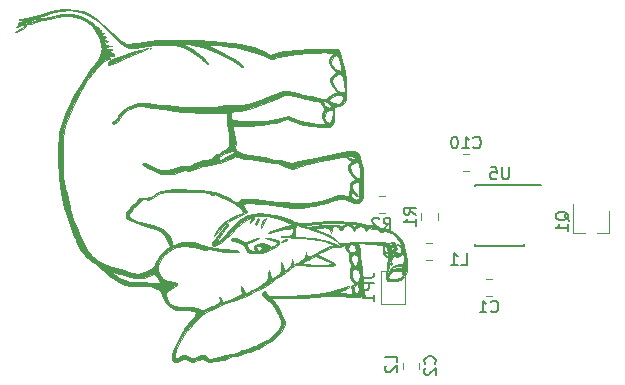
<source format=gbr>
G04 #@! TF.GenerationSoftware,KiCad,Pcbnew,5.0.1*
G04 #@! TF.CreationDate,2019-02-04T13:48:04-06:00*
G04 #@! TF.ProjectId,PowerRDP,506F7765725244502E6B696361645F70,2*
G04 #@! TF.SameCoordinates,Original*
G04 #@! TF.FileFunction,Legend,Bot*
G04 #@! TF.FilePolarity,Positive*
%FSLAX46Y46*%
G04 Gerber Fmt 4.6, Leading zero omitted, Abs format (unit mm)*
G04 Created by KiCad (PCBNEW 5.0.1) date Mon 04 Feb 2019 01:48:04 PM CST*
%MOMM*%
%LPD*%
G01*
G04 APERTURE LIST*
%ADD10C,0.120000*%
%ADD11C,0.150000*%
%ADD12C,0.010000*%
G04 APERTURE END LIST*
D10*
G04 #@! TO.C,C1*
X128253748Y-83006000D02*
X128776252Y-83006000D01*
X128253748Y-81586000D02*
X128776252Y-81586000D01*
G04 #@! TO.C,C2*
X122630000Y-89161252D02*
X122630000Y-88638748D01*
X121210000Y-89161252D02*
X121210000Y-88638748D01*
G04 #@! TO.C,C9*
X123705252Y-79958000D02*
X123182748Y-79958000D01*
X123705252Y-78538000D02*
X123182748Y-78538000D01*
G04 #@! TO.C,C10*
X126815700Y-72420319D02*
X126293196Y-72420319D01*
X126815700Y-71000319D02*
X126293196Y-71000319D01*
G04 #@! TO.C,JP1*
X119396000Y-83696000D02*
X121396000Y-83696000D01*
X119396000Y-80896000D02*
X119396000Y-83696000D01*
X121396000Y-80896000D02*
X119396000Y-80896000D01*
X121396000Y-83696000D02*
X121396000Y-80896000D01*
G04 #@! TO.C,Q1*
X137660000Y-77658000D02*
X138710000Y-77658000D01*
X138710000Y-77658000D02*
X138710000Y-75808000D01*
X135660000Y-77658000D02*
X136660000Y-77658000D01*
X135650000Y-77638000D02*
X135650000Y-75208000D01*
G04 #@! TO.C,R1*
X122787448Y-76012067D02*
X122787448Y-76534571D01*
X124207448Y-76012067D02*
X124207448Y-76534571D01*
G04 #@! TO.C,R2*
X119163196Y-74556319D02*
X119685700Y-74556319D01*
X119163196Y-75976319D02*
X119685700Y-75976319D01*
D11*
G04 #@! TO.C,U5*
X131508448Y-73580319D02*
X131508448Y-73630319D01*
X127358448Y-73580319D02*
X127358448Y-73725319D01*
X127358448Y-78730319D02*
X127358448Y-78585319D01*
X131508448Y-78730319D02*
X131508448Y-78585319D01*
X131508448Y-73580319D02*
X127358448Y-73580319D01*
X131508448Y-78730319D02*
X127358448Y-78730319D01*
X131508448Y-73630319D02*
X132908448Y-73630319D01*
D12*
G04 #@! TO.C,G\002A\002A\002A*
G36*
X96361126Y-63145517D02*
X96639828Y-62965417D01*
X96885973Y-62856998D01*
X97437601Y-62656195D01*
X97992336Y-62467622D01*
X98517513Y-62300857D01*
X98980465Y-62165479D01*
X99348524Y-62071065D01*
X99589025Y-62027195D01*
X99669600Y-62040789D01*
X99590207Y-62105656D01*
X99542600Y-62123721D01*
X98578127Y-62471768D01*
X97550169Y-62926544D01*
X97260243Y-63069342D01*
X96864681Y-63258289D01*
X96536166Y-63395742D01*
X96316018Y-63465558D01*
X96247836Y-63464904D01*
X96221125Y-63320908D01*
X96361126Y-63145517D01*
X96361126Y-63145517D01*
G37*
X96361126Y-63145517D02*
X96639828Y-62965417D01*
X96885973Y-62856998D01*
X97437601Y-62656195D01*
X97992336Y-62467622D01*
X98517513Y-62300857D01*
X98980465Y-62165479D01*
X99348524Y-62071065D01*
X99589025Y-62027195D01*
X99669600Y-62040789D01*
X99590207Y-62105656D01*
X99542600Y-62123721D01*
X98578127Y-62471768D01*
X97550169Y-62926544D01*
X97260243Y-63069342D01*
X96864681Y-63258289D01*
X96536166Y-63395742D01*
X96316018Y-63465558D01*
X96247836Y-63464904D01*
X96221125Y-63320908D01*
X96361126Y-63145517D01*
G36*
X99822000Y-61976000D02*
X99872800Y-62026800D01*
X99822000Y-62077600D01*
X99771200Y-62026800D01*
X99822000Y-61976000D01*
X99822000Y-61976000D01*
G37*
X99822000Y-61976000D02*
X99872800Y-62026800D01*
X99822000Y-62077600D01*
X99771200Y-62026800D01*
X99822000Y-61976000D01*
G36*
X120226666Y-80196267D02*
X120287067Y-80210214D01*
X120294400Y-80264000D01*
X120257226Y-80347629D01*
X120226666Y-80331734D01*
X120214507Y-80211158D01*
X120226666Y-80196267D01*
X120226666Y-80196267D01*
G37*
X120226666Y-80196267D02*
X120287067Y-80210214D01*
X120294400Y-80264000D01*
X120257226Y-80347629D01*
X120226666Y-80331734D01*
X120214507Y-80211158D01*
X120226666Y-80196267D01*
G36*
X108771006Y-76702850D02*
X108861168Y-76549619D01*
X108973969Y-76434408D01*
X109005104Y-76473117D01*
X108954170Y-76633426D01*
X108864400Y-76809600D01*
X108758575Y-76954765D01*
X108716011Y-76915081D01*
X108715600Y-76905219D01*
X108771006Y-76702850D01*
X108771006Y-76702850D01*
G37*
X108771006Y-76702850D02*
X108861168Y-76549619D01*
X108973969Y-76434408D01*
X109005104Y-76473117D01*
X108954170Y-76633426D01*
X108864400Y-76809600D01*
X108758575Y-76954765D01*
X108716011Y-76915081D01*
X108715600Y-76905219D01*
X108771006Y-76702850D01*
G36*
X109286351Y-76825016D02*
X109419819Y-76592256D01*
X109548347Y-76444303D01*
X109598186Y-76416940D01*
X109569232Y-76530519D01*
X109461383Y-76805390D01*
X109418190Y-76911200D01*
X109308057Y-77164363D01*
X109250075Y-77242325D01*
X109227849Y-77161177D01*
X109225525Y-77100256D01*
X109286351Y-76825016D01*
X109286351Y-76825016D01*
G37*
X109286351Y-76825016D02*
X109419819Y-76592256D01*
X109548347Y-76444303D01*
X109598186Y-76416940D01*
X109569232Y-76530519D01*
X109461383Y-76805390D01*
X109418190Y-76911200D01*
X109308057Y-77164363D01*
X109250075Y-77242325D01*
X109227849Y-77161177D01*
X109225525Y-77100256D01*
X109286351Y-76825016D01*
G36*
X106705798Y-78206600D02*
X106829928Y-78120362D01*
X107072327Y-78121334D01*
X107371785Y-78201452D01*
X107629628Y-78328341D01*
X107827189Y-78437177D01*
X107984542Y-78452612D01*
X108195806Y-78374347D01*
X108296877Y-78326224D01*
X108622496Y-78189087D01*
X108931866Y-78089215D01*
X108972848Y-78079590D01*
X109042082Y-78081132D01*
X108944324Y-78145323D01*
X108700917Y-78258513D01*
X108677180Y-78268685D01*
X108361200Y-78407661D01*
X108127200Y-78518528D01*
X108032946Y-78572388D01*
X108021284Y-78708008D01*
X108117896Y-78906459D01*
X108275655Y-79099650D01*
X108447434Y-79219485D01*
X108488187Y-79230169D01*
X108650170Y-79228391D01*
X108678694Y-79118445D01*
X108654404Y-79003097D01*
X108640093Y-78799917D01*
X108763946Y-78681047D01*
X108860383Y-78639928D01*
X109296376Y-78543441D01*
X109667338Y-78595940D01*
X109847412Y-78705321D01*
X110030062Y-78815833D01*
X110236603Y-78780240D01*
X110287212Y-78758299D01*
X110513658Y-78617343D01*
X110552141Y-78482885D01*
X110398772Y-78351321D01*
X110049664Y-78219047D01*
X109575600Y-78098787D01*
X109547163Y-78081262D01*
X109689191Y-78083946D01*
X109872574Y-78097859D01*
X110278126Y-78158931D01*
X110575944Y-78253564D01*
X110726076Y-78367159D01*
X110735978Y-78413375D01*
X110694437Y-78566089D01*
X110675677Y-78616103D01*
X110545090Y-78747622D01*
X110273117Y-78913833D01*
X109912275Y-79088680D01*
X109515085Y-79246102D01*
X109220000Y-79338384D01*
X109020182Y-79371032D01*
X109020182Y-79186737D01*
X109161665Y-79127772D01*
X109171158Y-79119567D01*
X109303699Y-78961400D01*
X109246716Y-78859883D01*
X109094752Y-78805978D01*
X108861632Y-78794149D01*
X108766297Y-78888194D01*
X108838171Y-79053170D01*
X108863691Y-79080378D01*
X109020182Y-79186737D01*
X109020182Y-79371032D01*
X108909571Y-79389106D01*
X108573749Y-79395879D01*
X108271177Y-79364324D01*
X108060497Y-79300065D01*
X107997654Y-79221184D01*
X107960015Y-79085841D01*
X107858794Y-78861837D01*
X107850295Y-78845267D01*
X107625527Y-78601313D01*
X107272148Y-78419807D01*
X106862931Y-78336113D01*
X106798533Y-78334167D01*
X106700877Y-78262412D01*
X106705798Y-78206600D01*
X106705798Y-78206600D01*
G37*
X106705798Y-78206600D02*
X106829928Y-78120362D01*
X107072327Y-78121334D01*
X107371785Y-78201452D01*
X107629628Y-78328341D01*
X107827189Y-78437177D01*
X107984542Y-78452612D01*
X108195806Y-78374347D01*
X108296877Y-78326224D01*
X108622496Y-78189087D01*
X108931866Y-78089215D01*
X108972848Y-78079590D01*
X109042082Y-78081132D01*
X108944324Y-78145323D01*
X108700917Y-78258513D01*
X108677180Y-78268685D01*
X108361200Y-78407661D01*
X108127200Y-78518528D01*
X108032946Y-78572388D01*
X108021284Y-78708008D01*
X108117896Y-78906459D01*
X108275655Y-79099650D01*
X108447434Y-79219485D01*
X108488187Y-79230169D01*
X108650170Y-79228391D01*
X108678694Y-79118445D01*
X108654404Y-79003097D01*
X108640093Y-78799917D01*
X108763946Y-78681047D01*
X108860383Y-78639928D01*
X109296376Y-78543441D01*
X109667338Y-78595940D01*
X109847412Y-78705321D01*
X110030062Y-78815833D01*
X110236603Y-78780240D01*
X110287212Y-78758299D01*
X110513658Y-78617343D01*
X110552141Y-78482885D01*
X110398772Y-78351321D01*
X110049664Y-78219047D01*
X109575600Y-78098787D01*
X109547163Y-78081262D01*
X109689191Y-78083946D01*
X109872574Y-78097859D01*
X110278126Y-78158931D01*
X110575944Y-78253564D01*
X110726076Y-78367159D01*
X110735978Y-78413375D01*
X110694437Y-78566089D01*
X110675677Y-78616103D01*
X110545090Y-78747622D01*
X110273117Y-78913833D01*
X109912275Y-79088680D01*
X109515085Y-79246102D01*
X109220000Y-79338384D01*
X109020182Y-79371032D01*
X109020182Y-79186737D01*
X109161665Y-79127772D01*
X109171158Y-79119567D01*
X109303699Y-78961400D01*
X109246716Y-78859883D01*
X109094752Y-78805978D01*
X108861632Y-78794149D01*
X108766297Y-78888194D01*
X108838171Y-79053170D01*
X108863691Y-79080378D01*
X109020182Y-79186737D01*
X109020182Y-79371032D01*
X108909571Y-79389106D01*
X108573749Y-79395879D01*
X108271177Y-79364324D01*
X108060497Y-79300065D01*
X107997654Y-79221184D01*
X107960015Y-79085841D01*
X107858794Y-78861837D01*
X107850295Y-78845267D01*
X107625527Y-78601313D01*
X107272148Y-78419807D01*
X106862931Y-78336113D01*
X106798533Y-78334167D01*
X106700877Y-78262412D01*
X106705798Y-78206600D01*
G36*
X110957700Y-78343014D02*
X111083182Y-78270782D01*
X111296615Y-78178808D01*
X111423762Y-78167436D01*
X111427472Y-78170407D01*
X111386357Y-78240503D01*
X111209034Y-78330622D01*
X111208676Y-78330758D01*
X110953667Y-78416071D01*
X110867211Y-78418819D01*
X110957700Y-78343014D01*
X110957700Y-78343014D01*
G37*
X110957700Y-78343014D02*
X111083182Y-78270782D01*
X111296615Y-78178808D01*
X111423762Y-78167436D01*
X111427472Y-78170407D01*
X111386357Y-78240503D01*
X111209034Y-78330622D01*
X111208676Y-78330758D01*
X110953667Y-78416071D01*
X110867211Y-78418819D01*
X110957700Y-78343014D01*
G36*
X88525438Y-60524936D02*
X88658865Y-60460348D01*
X88947622Y-60308649D01*
X89128531Y-60174506D01*
X89181437Y-60081674D01*
X89086180Y-60053909D01*
X88991300Y-60068604D01*
X88706402Y-60141433D01*
X88544400Y-60191953D01*
X88455178Y-60209483D01*
X88547197Y-60137073D01*
X88595200Y-60107018D01*
X88758581Y-59997086D01*
X88754940Y-59951249D01*
X88646000Y-59937775D01*
X88631227Y-59906768D01*
X88780988Y-59837472D01*
X89063525Y-59744148D01*
X89103200Y-59732489D01*
X89763600Y-59540628D01*
X89230200Y-59593414D01*
X88881029Y-59619578D01*
X88724389Y-59613078D01*
X88753219Y-59579367D01*
X88960455Y-59523899D01*
X89339037Y-59452127D01*
X89433400Y-59436506D01*
X90403486Y-59239195D01*
X91225091Y-58982393D01*
X91462136Y-58886569D01*
X91882906Y-58777681D01*
X92494363Y-58729043D01*
X92732136Y-58726279D01*
X93497939Y-58770451D01*
X94139355Y-58910479D01*
X94718629Y-59161848D01*
X94894400Y-59264237D01*
X95110028Y-59416805D01*
X95419039Y-59660356D01*
X95784499Y-59962883D01*
X96169476Y-60292381D01*
X96537036Y-60616845D01*
X96850247Y-60904270D01*
X97072175Y-61122649D01*
X97160049Y-61227603D01*
X97301715Y-61366952D01*
X97536979Y-61519075D01*
X97559211Y-61530804D01*
X97676710Y-61589533D01*
X97788038Y-61629361D01*
X97924133Y-61648819D01*
X98115934Y-61646436D01*
X98394381Y-61620742D01*
X98790412Y-61570268D01*
X99334966Y-61493544D01*
X99822000Y-61423299D01*
X100477821Y-61353894D01*
X101253078Y-61313629D01*
X102117680Y-61300490D01*
X103041534Y-61312461D01*
X103994549Y-61347530D01*
X104946632Y-61403681D01*
X105867692Y-61478900D01*
X106727638Y-61571173D01*
X107496376Y-61678486D01*
X108143815Y-61798823D01*
X108639864Y-61930172D01*
X108885577Y-62030009D01*
X109110464Y-62134410D01*
X109254647Y-62178569D01*
X109255115Y-62178575D01*
X109388111Y-62233143D01*
X109603240Y-62366393D01*
X109641886Y-62393428D01*
X109942741Y-62607656D01*
X110825970Y-62377956D01*
X111191596Y-62291663D01*
X111561272Y-62226478D01*
X111976824Y-62178385D01*
X112480078Y-62143366D01*
X113112860Y-62117405D01*
X113707144Y-62101236D01*
X115705089Y-62054216D01*
X115863749Y-62361031D01*
X116024040Y-62769317D01*
X116171073Y-63323942D01*
X116294579Y-63968069D01*
X116384288Y-64644859D01*
X116429932Y-65297474D01*
X116433600Y-65515178D01*
X116421006Y-66055446D01*
X116371097Y-66428637D01*
X116265682Y-66669969D01*
X116086568Y-66814664D01*
X115815563Y-66897941D01*
X115709601Y-66916866D01*
X115700648Y-66918312D01*
X115700648Y-66734702D01*
X115858639Y-66719493D01*
X115987761Y-66603659D01*
X116036897Y-66541818D01*
X116188683Y-66266426D01*
X116158754Y-66073777D01*
X116020791Y-66006495D01*
X116020791Y-65735200D01*
X116202343Y-65697733D01*
X116323032Y-65618151D01*
X116331411Y-65591267D01*
X116316138Y-65495423D01*
X116277089Y-65255217D01*
X116233402Y-64987938D01*
X116145200Y-64548956D01*
X116043238Y-64289644D01*
X115907827Y-64186556D01*
X115906223Y-64186808D01*
X115906223Y-63955265D01*
X115952945Y-63940300D01*
X115997331Y-63807304D01*
X115982798Y-63543949D01*
X115917649Y-63211631D01*
X115810187Y-62871751D01*
X115807546Y-62865000D01*
X115687099Y-62664938D01*
X115560016Y-62585600D01*
X115376623Y-62674913D01*
X115230592Y-62893700D01*
X115159477Y-63168237D01*
X115172404Y-63346509D01*
X115285956Y-63553994D01*
X115487576Y-63756160D01*
X115715065Y-63905690D01*
X115906223Y-63955265D01*
X115906223Y-64186808D01*
X115719281Y-64216247D01*
X115622892Y-64260919D01*
X115329195Y-64497949D01*
X115216383Y-64818809D01*
X115214400Y-64876375D01*
X115285668Y-65058509D01*
X115461594Y-65295403D01*
X115685361Y-65526547D01*
X115900152Y-65691427D01*
X116020791Y-65735200D01*
X116020791Y-66006495D01*
X115949286Y-65971623D01*
X115873967Y-65961562D01*
X115633489Y-65986987D01*
X115364495Y-66080275D01*
X115125370Y-66210545D01*
X114974501Y-66346914D01*
X114959636Y-66445165D01*
X115087535Y-66532848D01*
X115334832Y-66634634D01*
X115432332Y-66666018D01*
X115700648Y-66734702D01*
X115700648Y-66918312D01*
X115366800Y-66972245D01*
X115399655Y-67652029D01*
X115395769Y-68124073D01*
X115310333Y-68437657D01*
X115113973Y-68621000D01*
X114974956Y-68654580D01*
X114974956Y-68375905D01*
X115135924Y-68275563D01*
X115246054Y-67988294D01*
X115301338Y-67519951D01*
X115302163Y-67501890D01*
X115293791Y-67285853D01*
X115209645Y-67218276D01*
X115059073Y-67234893D01*
X114996829Y-67265862D01*
X114996829Y-67055892D01*
X115151243Y-66983690D01*
X115132885Y-66883155D01*
X114990863Y-66738775D01*
X114782952Y-66598191D01*
X114579400Y-66512161D01*
X114437748Y-66490919D01*
X114420742Y-66557401D01*
X114526790Y-66745648D01*
X114565685Y-66805575D01*
X114769539Y-67001021D01*
X114996829Y-67055892D01*
X114996829Y-67265862D01*
X114778201Y-67374639D01*
X114610117Y-67624426D01*
X114572687Y-67920086D01*
X114683775Y-68197446D01*
X114767157Y-68283464D01*
X114974956Y-68375905D01*
X114974956Y-68654580D01*
X114777316Y-68702322D01*
X114566222Y-68706005D01*
X114566222Y-68451421D01*
X114649431Y-68422460D01*
X114628667Y-68357532D01*
X114582416Y-68301321D01*
X114422699Y-68053520D01*
X114354391Y-67889226D01*
X114360991Y-67583853D01*
X114442830Y-67411947D01*
X114534976Y-67241085D01*
X114530310Y-67092244D01*
X114419400Y-66881900D01*
X114375055Y-66811622D01*
X114195106Y-66575749D01*
X114001299Y-66473179D01*
X113741200Y-66450687D01*
X113448092Y-66417826D01*
X113042081Y-66334799D01*
X112602166Y-66218247D01*
X112522000Y-66193911D01*
X112033465Y-66049251D01*
X111686492Y-65970664D01*
X111431694Y-65954723D01*
X111219687Y-65997999D01*
X111015795Y-66089346D01*
X110469449Y-66347426D01*
X109834554Y-66604284D01*
X109157324Y-66845349D01*
X108483969Y-67056051D01*
X107860703Y-67221818D01*
X107333736Y-67328080D01*
X106983341Y-67360800D01*
X106778592Y-67381181D01*
X106695317Y-67483586D01*
X106680000Y-67711797D01*
X106698654Y-67945409D01*
X106794224Y-68062180D01*
X107026115Y-68128061D01*
X107061000Y-68134750D01*
X107364455Y-68168953D01*
X107809444Y-68191312D01*
X108334639Y-68201712D01*
X108878714Y-68200036D01*
X109380340Y-68186167D01*
X109778190Y-68159990D01*
X109931200Y-68140192D01*
X110538836Y-68006394D01*
X111225081Y-67813407D01*
X111483576Y-67789662D01*
X111631481Y-67821894D01*
X111835302Y-67904362D01*
X111912400Y-67931753D01*
X112057052Y-67981117D01*
X112328160Y-68076099D01*
X112593826Y-68170150D01*
X113001358Y-68282936D01*
X113500367Y-68376433D01*
X113956424Y-68428063D01*
X114346175Y-68451071D01*
X114566222Y-68451421D01*
X114566222Y-68706005D01*
X114297722Y-68710691D01*
X113547093Y-68642503D01*
X112784601Y-68493791D01*
X112096199Y-68283378D01*
X111823445Y-68168876D01*
X111536547Y-68045807D01*
X111346026Y-68012715D01*
X111169687Y-68062606D01*
X111081716Y-68105779D01*
X110768085Y-68233244D01*
X110438025Y-68323644D01*
X110104339Y-68387906D01*
X109718201Y-68462239D01*
X109626400Y-68479906D01*
X109338133Y-68515994D01*
X108908868Y-68546077D01*
X108400794Y-68566637D01*
X107964529Y-68573944D01*
X107452474Y-68579268D01*
X107112602Y-68592227D01*
X106913919Y-68617480D01*
X106825431Y-68659686D01*
X106816143Y-68723504D01*
X106823360Y-68745482D01*
X106960603Y-69192050D01*
X107046895Y-69651893D01*
X107067893Y-70039942D01*
X107058087Y-70137510D01*
X107046154Y-70426518D01*
X107134554Y-70644193D01*
X107348480Y-70809287D01*
X107713126Y-70940550D01*
X108253685Y-71056732D01*
X108305600Y-71065993D01*
X108831249Y-71161229D01*
X109379704Y-71264621D01*
X109854139Y-71357812D01*
X109969062Y-71381348D01*
X110355402Y-71455050D01*
X110689350Y-71507268D01*
X110893253Y-71526400D01*
X111141650Y-71571593D01*
X111428388Y-71680684D01*
X111435851Y-71684376D01*
X111736970Y-71783384D01*
X111936412Y-71743937D01*
X112106463Y-71687179D01*
X112428908Y-71607601D01*
X112855777Y-71516227D01*
X113287978Y-71433310D01*
X113874960Y-71318278D01*
X114504411Y-71181409D01*
X115082981Y-71043555D01*
X115368426Y-70968612D01*
X116116886Y-70791277D01*
X116698124Y-70720531D01*
X117117814Y-70756201D01*
X117381628Y-70898114D01*
X117390105Y-70907193D01*
X117580617Y-71205252D01*
X117718289Y-71630777D01*
X117806880Y-72204069D01*
X117850152Y-72945429D01*
X117856000Y-73422148D01*
X117853298Y-73979211D01*
X117841933Y-74370339D01*
X117817017Y-74632759D01*
X117773662Y-74803700D01*
X117706979Y-74920391D01*
X117651117Y-74982483D01*
X117553319Y-75042146D01*
X117553319Y-72997855D01*
X117561847Y-72993020D01*
X117611574Y-72859245D01*
X117616810Y-72589215D01*
X117581423Y-72244036D01*
X117509282Y-71884816D01*
X117486418Y-71801555D01*
X117386556Y-71672439D01*
X117212805Y-71686989D01*
X117183334Y-71700961D01*
X117183334Y-71411741D01*
X117235904Y-71353025D01*
X117226421Y-71312139D01*
X117103144Y-71208047D01*
X116863868Y-71141693D01*
X116832175Y-71138157D01*
X116619595Y-71143685D01*
X116580785Y-71201417D01*
X116701134Y-71287377D01*
X116966033Y-71377590D01*
X116980246Y-71381150D01*
X117183334Y-71411741D01*
X117183334Y-71700961D01*
X116896686Y-71836867D01*
X116746748Y-72031663D01*
X116738400Y-72092860D01*
X116800306Y-72349684D01*
X116956715Y-72616654D01*
X117163663Y-72845713D01*
X117377186Y-72988800D01*
X117553319Y-72997855D01*
X117553319Y-75042146D01*
X117415989Y-75125927D01*
X117257547Y-75124713D01*
X117257547Y-74880079D01*
X117420407Y-74815047D01*
X117481164Y-74701400D01*
X117508887Y-74504450D01*
X117530872Y-74186484D01*
X117539414Y-73939400D01*
X117539989Y-73610270D01*
X117511938Y-73435567D01*
X117436165Y-73366743D01*
X117309640Y-73355200D01*
X117026555Y-73417640D01*
X116899395Y-73589443D01*
X116930144Y-73847336D01*
X117120788Y-74168046D01*
X117229502Y-74295000D01*
X117368230Y-74471746D01*
X117396271Y-74568306D01*
X117379448Y-74574400D01*
X117230057Y-74504075D01*
X117144800Y-74422000D01*
X116975669Y-74283364D01*
X116865826Y-74320820D01*
X116840000Y-74452480D01*
X116906631Y-74675225D01*
X117066051Y-74825615D01*
X117257547Y-74880079D01*
X117257547Y-75124713D01*
X117118646Y-75123647D01*
X116723779Y-74974101D01*
X116654111Y-74938953D01*
X116307064Y-74811722D01*
X115930345Y-74793470D01*
X115469720Y-74885936D01*
X115153970Y-74987054D01*
X114784533Y-75101178D01*
X114295782Y-75232012D01*
X113768085Y-75358629D01*
X113515636Y-75413632D01*
X113061500Y-75506170D01*
X112722822Y-75561183D01*
X112433645Y-75579653D01*
X112128015Y-75562563D01*
X111739974Y-75510897D01*
X111331236Y-75446191D01*
X110751961Y-75362448D01*
X110131291Y-75288850D01*
X109508656Y-75228330D01*
X108923490Y-75183818D01*
X108415223Y-75158246D01*
X108023289Y-75154545D01*
X107787120Y-75175646D01*
X107767201Y-75181254D01*
X107651869Y-75237011D01*
X107665274Y-75324869D01*
X107792601Y-75483038D01*
X107950268Y-75692259D01*
X107990148Y-75852654D01*
X107893150Y-75990383D01*
X107640179Y-76131609D01*
X107212142Y-76302494D01*
X107188000Y-76311471D01*
X106533860Y-76629811D01*
X105962168Y-77054057D01*
X105527928Y-77541863D01*
X105466290Y-77636941D01*
X105321083Y-77849624D01*
X105262039Y-77886474D01*
X105297098Y-77759199D01*
X105401331Y-77541155D01*
X105738658Y-77084849D01*
X106239840Y-76660996D01*
X106865544Y-76299754D01*
X107213400Y-76151809D01*
X107487550Y-76036761D01*
X107661327Y-75942070D01*
X107693740Y-75906797D01*
X107593053Y-75691900D01*
X107318395Y-75433660D01*
X106890433Y-75147110D01*
X106329828Y-74847283D01*
X106070400Y-74725794D01*
X105771658Y-74588243D01*
X105516260Y-74466347D01*
X105495887Y-74456263D01*
X105284686Y-74396438D01*
X105168557Y-74414239D01*
X105013655Y-74412662D01*
X104814983Y-74320613D01*
X104673935Y-74247983D01*
X104489814Y-74201832D01*
X104222748Y-74178725D01*
X103832863Y-74175223D01*
X103280289Y-74187892D01*
X103276400Y-74188010D01*
X103033235Y-74188457D01*
X102726931Y-74181010D01*
X102717600Y-74180660D01*
X102123750Y-74169054D01*
X101573991Y-74178457D01*
X101110803Y-74206573D01*
X100776669Y-74251106D01*
X100637885Y-74293063D01*
X100418961Y-74432231D01*
X100161208Y-74626587D01*
X100136869Y-74646635D01*
X99887646Y-74811095D01*
X99634199Y-74848257D01*
X99451897Y-74825950D01*
X99191510Y-74797344D01*
X99054591Y-74848064D01*
X98967702Y-75007242D01*
X98962821Y-75019972D01*
X98787114Y-75250938D01*
X98604573Y-75345034D01*
X98422008Y-75435162D01*
X98372380Y-75538780D01*
X98320579Y-75688860D01*
X98164783Y-75858399D01*
X97997350Y-76067986D01*
X97994252Y-76216906D01*
X98144004Y-76374186D01*
X98454219Y-76543215D01*
X98884178Y-76707177D01*
X99393159Y-76849253D01*
X99664810Y-76906876D01*
X100087323Y-77006309D01*
X100496993Y-77133960D01*
X100731610Y-77228917D01*
X101102565Y-77473624D01*
X101417738Y-77800814D01*
X101632095Y-78153964D01*
X101701600Y-78446377D01*
X101701599Y-78729632D01*
X102082600Y-78568187D01*
X102490653Y-78457959D01*
X102976765Y-78416224D01*
X103456136Y-78443232D01*
X103843964Y-78539229D01*
X103895574Y-78562874D01*
X104269008Y-78705901D01*
X104776835Y-78839483D01*
X105350290Y-78950086D01*
X105920608Y-79024173D01*
X106362262Y-79048401D01*
X106749626Y-79069767D01*
X107084765Y-79121791D01*
X107271682Y-79182980D01*
X107359387Y-79243994D01*
X107333629Y-79278529D01*
X107168827Y-79290029D01*
X106839399Y-79281942D01*
X106611282Y-79271926D01*
X106128643Y-79235005D01*
X105654834Y-79174906D01*
X105277021Y-79103200D01*
X105212945Y-79086304D01*
X104896323Y-79008609D01*
X104718651Y-79004921D01*
X104633316Y-79068559D01*
X104536292Y-79139377D01*
X104353825Y-79109353D01*
X104220771Y-79059878D01*
X103413925Y-78814610D01*
X102677543Y-78758237D01*
X102004414Y-78891885D01*
X101387328Y-79216680D01*
X100976739Y-79566461D01*
X100649205Y-79998593D01*
X100488007Y-80446852D01*
X100486634Y-80877646D01*
X100638574Y-81257383D01*
X100937316Y-81552474D01*
X101376349Y-81729326D01*
X101396800Y-81733478D01*
X101828293Y-81834534D01*
X102060640Y-81937221D01*
X102097616Y-82053801D01*
X101942997Y-82196536D01*
X101600558Y-82377689D01*
X101595835Y-82379906D01*
X101273546Y-82555752D01*
X101125352Y-82729951D01*
X101130411Y-82958220D01*
X101259587Y-83278855D01*
X101430332Y-83570942D01*
X101641265Y-83764536D01*
X101935125Y-83878134D01*
X102354655Y-83930231D01*
X102787569Y-83940073D01*
X103398387Y-83963712D01*
X103822271Y-84035569D01*
X103978828Y-84095734D01*
X104219692Y-84192088D01*
X104399741Y-84169383D01*
X104488561Y-84121050D01*
X104705188Y-84011306D01*
X105023225Y-83877720D01*
X105206039Y-83809269D01*
X105502173Y-83693675D01*
X105651282Y-83588895D01*
X105700460Y-83445675D01*
X105700473Y-83292118D01*
X105695110Y-83074631D01*
X105717931Y-83044911D01*
X105786787Y-83187788D01*
X105796638Y-83210400D01*
X105882567Y-83405614D01*
X105921490Y-83490259D01*
X106021868Y-83481949D01*
X106256056Y-83413004D01*
X106571146Y-83302952D01*
X106914232Y-83171324D01*
X107232405Y-83037651D01*
X107472758Y-82921462D01*
X107492800Y-82910229D01*
X107604608Y-82767927D01*
X107605912Y-82686455D01*
X107557011Y-82482803D01*
X107519059Y-82296000D01*
X107492870Y-82121232D01*
X107534940Y-82131830D01*
X107622333Y-82245200D01*
X107756741Y-82470586D01*
X107810786Y-82611922D01*
X107853549Y-82704415D01*
X107955275Y-82709960D01*
X108169234Y-82625452D01*
X108254800Y-82586026D01*
X108687115Y-82369963D01*
X109098391Y-82139097D01*
X109442573Y-81921681D01*
X109673605Y-81745967D01*
X109735542Y-81677676D01*
X109800921Y-81481411D01*
X109836422Y-81199514D01*
X109837207Y-81178400D01*
X109847926Y-80822800D01*
X109943268Y-81153000D01*
X110038291Y-81387488D01*
X110167491Y-81465371D01*
X110369134Y-81390540D01*
X110611483Y-81220922D01*
X110821831Y-81042277D01*
X110911713Y-80878073D01*
X110916186Y-80640024D01*
X110900571Y-80492886D01*
X110875249Y-80196453D01*
X110893513Y-80096177D01*
X110957538Y-80192296D01*
X111069497Y-80485047D01*
X111078998Y-80512367D01*
X111212460Y-80897864D01*
X111503163Y-80647812D01*
X111732250Y-80368011D01*
X111793866Y-80072883D01*
X111812790Y-79873853D01*
X111866703Y-79864358D01*
X111876977Y-79879003D01*
X111952913Y-80095952D01*
X111961644Y-80182616D01*
X111979443Y-80285725D01*
X112065120Y-80299613D01*
X112271100Y-80226340D01*
X112340681Y-80197510D01*
X112722619Y-79982376D01*
X112930487Y-79715128D01*
X112989804Y-79451200D01*
X113005303Y-79280356D01*
X113026263Y-79305662D01*
X113050923Y-79425957D01*
X113117157Y-79585735D01*
X113270274Y-79609330D01*
X113367286Y-79589820D01*
X113599073Y-79502574D01*
X113922513Y-79342471D01*
X114198400Y-79185244D01*
X114551534Y-78992160D01*
X114890814Y-78841795D01*
X115090880Y-78779384D01*
X115303538Y-78726979D01*
X115340805Y-78670771D01*
X115243280Y-78588557D01*
X115002310Y-78486086D01*
X114592763Y-78382029D01*
X114049137Y-78281933D01*
X113405931Y-78191345D01*
X112697642Y-78115812D01*
X111963200Y-78061138D01*
X111436883Y-78028940D01*
X111099791Y-78003083D01*
X110938131Y-77981184D01*
X110938117Y-77960859D01*
X111085957Y-77939726D01*
X111199296Y-77929122D01*
X111543907Y-77890253D01*
X111741510Y-77831922D01*
X111848184Y-77727858D01*
X111904012Y-77598983D01*
X111953437Y-77378534D01*
X111934587Y-77255122D01*
X111816369Y-77250689D01*
X111554969Y-77287689D01*
X111203413Y-77354711D01*
X110814730Y-77440349D01*
X110441947Y-77533193D01*
X110138090Y-77621834D01*
X110007400Y-77669751D01*
X109860250Y-77689492D01*
X109829600Y-77642727D01*
X109880050Y-77577829D01*
X110045390Y-77495672D01*
X110346599Y-77388768D01*
X110804656Y-77249627D01*
X111403176Y-77081045D01*
X111909953Y-76941424D01*
X111606376Y-76785190D01*
X111201419Y-76611789D01*
X110696326Y-76444270D01*
X110171788Y-76305258D01*
X109708496Y-76217379D01*
X109517058Y-76199338D01*
X109052999Y-76187779D01*
X108770335Y-76199803D01*
X108648425Y-76237301D01*
X108647257Y-76279041D01*
X108625398Y-76405291D01*
X108505214Y-76601468D01*
X108499171Y-76609241D01*
X108302236Y-76860400D01*
X108403003Y-76581000D01*
X108463651Y-76378478D01*
X108424995Y-76315371D01*
X108256118Y-76376577D01*
X108122754Y-76444105D01*
X107608164Y-76782122D01*
X107058507Y-77269844D01*
X106641518Y-77720600D01*
X106264603Y-78113146D01*
X105876208Y-78433998D01*
X105519291Y-78652179D01*
X105236811Y-78736715D01*
X105232200Y-78736830D01*
X105081674Y-78692129D01*
X105088178Y-78544521D01*
X105253719Y-78285970D01*
X105384600Y-78126669D01*
X105656987Y-77789013D01*
X105928734Y-77420918D01*
X105993234Y-77326955D01*
X106177725Y-77085190D01*
X106335612Y-76935254D01*
X106391944Y-76911200D01*
X106419753Y-76973349D01*
X106318583Y-77127476D01*
X106307719Y-77139800D01*
X106134311Y-77356471D01*
X105914587Y-77660477D01*
X105785447Y-77851000D01*
X105610571Y-78148834D01*
X105563030Y-78305980D01*
X105628123Y-78327062D01*
X105791147Y-78216704D01*
X106037400Y-77979529D01*
X106293056Y-77691356D01*
X106922789Y-77021527D01*
X107559197Y-76496241D01*
X108093145Y-76178048D01*
X108522428Y-76054284D01*
X109084259Y-76009389D01*
X109726516Y-76037454D01*
X110397077Y-76132571D01*
X111043820Y-76288830D01*
X111614623Y-76500323D01*
X111810800Y-76599505D01*
X112000637Y-76704417D01*
X112160735Y-76778800D01*
X112326305Y-76824318D01*
X112532562Y-76842635D01*
X112814718Y-76835418D01*
X113207987Y-76804330D01*
X113747583Y-76751036D01*
X114147600Y-76709979D01*
X114688294Y-76666989D01*
X115234940Y-76644469D01*
X115707990Y-76644784D01*
X115925600Y-76657121D01*
X116576677Y-76719261D01*
X117056586Y-76768873D01*
X117396648Y-76810423D01*
X117628184Y-76848375D01*
X117782515Y-76887194D01*
X117890960Y-76931345D01*
X117906800Y-76939549D01*
X118134948Y-77002774D01*
X118453806Y-77027442D01*
X118550600Y-77025114D01*
X118854873Y-77035948D01*
X119084028Y-77090340D01*
X119128285Y-77116297D01*
X119320345Y-77204007D01*
X119598151Y-77260899D01*
X119613668Y-77262439D01*
X120109297Y-77406599D01*
X120617878Y-77743437D01*
X120812373Y-77921230D01*
X121039509Y-78174255D01*
X121203091Y-78444845D01*
X121328120Y-78789858D01*
X121439598Y-79266151D01*
X121468430Y-79413179D01*
X121566329Y-80009621D01*
X121599569Y-80472400D01*
X121569380Y-80860069D01*
X121504760Y-81140540D01*
X121339012Y-81425693D01*
X121026261Y-81611496D01*
X120549639Y-81706269D01*
X120330076Y-81719870D01*
X120308751Y-81720619D01*
X120308751Y-81587893D01*
X120659789Y-81541161D01*
X120894439Y-81471309D01*
X121118992Y-81362961D01*
X121193486Y-81214391D01*
X121189001Y-81090309D01*
X121123600Y-80891106D01*
X120947235Y-80805923D01*
X120847789Y-80792454D01*
X120543756Y-80834140D01*
X120255869Y-80985275D01*
X120222031Y-81020598D01*
X120222031Y-80760128D01*
X120353933Y-80725401D01*
X120773432Y-80600532D01*
X121101642Y-80624411D01*
X121209170Y-80670599D01*
X121370375Y-80740591D01*
X121401066Y-80693572D01*
X121391735Y-80660406D01*
X121270100Y-80540634D01*
X121065495Y-80453536D01*
X120733694Y-80432695D01*
X120425057Y-80521923D01*
X120236802Y-80681399D01*
X120222031Y-80760128D01*
X120222031Y-81020598D01*
X120050310Y-81199860D01*
X119989600Y-81388975D01*
X120074710Y-81536196D01*
X120308751Y-81587893D01*
X120308751Y-81720619D01*
X119912641Y-81734547D01*
X119912641Y-81061410D01*
X119976561Y-81027320D01*
X120034360Y-80980213D01*
X120136015Y-80821455D01*
X120133952Y-80736865D01*
X120177906Y-80602345D01*
X120361374Y-80457756D01*
X120625190Y-80335641D01*
X120910184Y-80268542D01*
X120993677Y-80264000D01*
X121181714Y-80253005D01*
X121271882Y-80184186D01*
X121297827Y-80003792D01*
X121295773Y-79781400D01*
X121265976Y-79398741D01*
X121204093Y-79032737D01*
X121180958Y-78943200D01*
X120959304Y-78463537D01*
X120607861Y-78004905D01*
X120271436Y-77707649D01*
X119971181Y-77554392D01*
X119675446Y-77499026D01*
X119450112Y-77548836D01*
X119387713Y-77609919D01*
X119286593Y-77619787D01*
X119118690Y-77454922D01*
X119085034Y-77410773D01*
X118899873Y-77203621D01*
X118726093Y-77142017D01*
X118583165Y-77162115D01*
X118335693Y-77266139D01*
X118195272Y-77380973D01*
X118095409Y-77474441D01*
X118031192Y-77386591D01*
X118014185Y-77335828D01*
X117865127Y-77144265D01*
X117629973Y-77082064D01*
X117385087Y-77156532D01*
X117269195Y-77264544D01*
X117099076Y-77490076D01*
X117084583Y-77471652D01*
X117084583Y-77161752D01*
X117209080Y-77103213D01*
X117331739Y-76978449D01*
X117284195Y-76922895D01*
X117081559Y-76911200D01*
X116902652Y-76928172D01*
X116895369Y-77001425D01*
X116942639Y-77064853D01*
X117084583Y-77161752D01*
X117084583Y-77471652D01*
X116911364Y-77251438D01*
X116722406Y-77079744D01*
X116636800Y-77047506D01*
X116636800Y-76911200D01*
X116720428Y-76874027D01*
X116704533Y-76843467D01*
X116583957Y-76831308D01*
X116569066Y-76843467D01*
X116583013Y-76903868D01*
X116636800Y-76911200D01*
X116636800Y-77047506D01*
X116553225Y-77016032D01*
X116325282Y-77082427D01*
X116122131Y-77231638D01*
X116027589Y-77400784D01*
X116027200Y-77410667D01*
X115971958Y-77425359D01*
X115835408Y-77307555D01*
X115798302Y-77266022D01*
X115563155Y-77082337D01*
X115360412Y-77083843D01*
X115224493Y-77262776D01*
X115193904Y-77402399D01*
X115161570Y-77673200D01*
X115010185Y-77419200D01*
X114914248Y-77283198D01*
X114795405Y-77213088D01*
X114596674Y-77194859D01*
X114261073Y-77214502D01*
X114198400Y-77219603D01*
X113851771Y-77257076D01*
X113696792Y-77298243D01*
X113721914Y-77346522D01*
X113741200Y-77354867D01*
X114337704Y-77596642D01*
X114779928Y-77788327D01*
X115104868Y-77948412D01*
X115349522Y-78095387D01*
X115550887Y-78247742D01*
X115583627Y-78275638D01*
X115836726Y-78474646D01*
X116031245Y-78554707D01*
X116249195Y-78543588D01*
X116327511Y-78527490D01*
X116562757Y-78493985D01*
X116924012Y-78464689D01*
X117372343Y-78440402D01*
X117868818Y-78421919D01*
X118374505Y-78410039D01*
X118850471Y-78405559D01*
X119257784Y-78409277D01*
X119557512Y-78421989D01*
X119710721Y-78444494D01*
X119721525Y-78457974D01*
X119775831Y-78495834D01*
X119973872Y-78490655D01*
X120070962Y-78477452D01*
X120377336Y-78459628D01*
X120537822Y-78520271D01*
X120541635Y-78525856D01*
X120531673Y-78626535D01*
X120480989Y-78638400D01*
X120457728Y-78685400D01*
X120580325Y-78799115D01*
X120588973Y-78805233D01*
X120744117Y-78931947D01*
X120738970Y-79012765D01*
X120660243Y-79065478D01*
X120546567Y-79190050D01*
X120608328Y-79300217D01*
X120819751Y-79353197D01*
X120833796Y-79353577D01*
X120957687Y-79367216D01*
X120913826Y-79414782D01*
X120751560Y-79490409D01*
X120492900Y-79628278D01*
X120314139Y-79806617D01*
X120221089Y-79990498D01*
X120221089Y-79601025D01*
X120340743Y-79562502D01*
X120396000Y-79529222D01*
X120552964Y-79421528D01*
X120599200Y-79375961D01*
X120513662Y-79354502D01*
X120396000Y-79349600D01*
X120230171Y-79413534D01*
X120217054Y-79444887D01*
X120217054Y-79174228D01*
X120333241Y-79122972D01*
X120406265Y-79063237D01*
X120512297Y-78916717D01*
X120449150Y-78843375D01*
X120247001Y-78877055D01*
X120241961Y-78878971D01*
X120142611Y-79004637D01*
X120151607Y-79084001D01*
X120217054Y-79174228D01*
X120217054Y-79444887D01*
X120192800Y-79502861D01*
X120221089Y-79601025D01*
X120221089Y-79990498D01*
X120175699Y-80080196D01*
X120056917Y-80441529D01*
X120056917Y-78788511D01*
X120142000Y-78776742D01*
X120276445Y-78677014D01*
X120294400Y-78627530D01*
X120211948Y-78546987D01*
X120142000Y-78536800D01*
X120007264Y-78616495D01*
X119989600Y-78686012D01*
X120056917Y-78788511D01*
X120056917Y-80441529D01*
X120050766Y-80460241D01*
X119948694Y-80811160D01*
X119903002Y-81000453D01*
X119912641Y-81061410D01*
X119912641Y-81734547D01*
X119837200Y-81737200D01*
X119807155Y-81381166D01*
X119814280Y-81083207D01*
X119864395Y-80692055D01*
X119919087Y-80415966D01*
X119999775Y-79867939D01*
X119990258Y-79355065D01*
X119893811Y-78940947D01*
X119837200Y-78826230D01*
X119749014Y-78747634D01*
X119571877Y-78688958D01*
X119272240Y-78643948D01*
X118816558Y-78606351D01*
X118579638Y-78591788D01*
X117423677Y-78525116D01*
X117491265Y-78810358D01*
X117555737Y-79148169D01*
X117626563Y-79622833D01*
X117695742Y-80168511D01*
X117755272Y-80719364D01*
X117797153Y-81209551D01*
X117809890Y-81432400D01*
X117837398Y-81854931D01*
X117880198Y-82271481D01*
X117909020Y-82471517D01*
X117944978Y-82745185D01*
X117909686Y-82891380D01*
X117774595Y-82981292D01*
X117690820Y-83015640D01*
X117480441Y-83063615D01*
X117268830Y-83074747D01*
X117268830Y-82829066D01*
X117359135Y-82789959D01*
X117415291Y-82720247D01*
X117540185Y-82417271D01*
X117464973Y-82114292D01*
X117455787Y-82099334D01*
X117396069Y-82044929D01*
X117396069Y-81910296D01*
X117519852Y-81620548D01*
X117623778Y-81337805D01*
X117627988Y-81143317D01*
X117528843Y-80946288D01*
X117490589Y-80890426D01*
X117274199Y-80710537D01*
X117174534Y-80698115D01*
X117174534Y-80493203D01*
X117308467Y-80251602D01*
X117431941Y-79921351D01*
X117415658Y-79659671D01*
X117262979Y-79507738D01*
X117247309Y-79502289D01*
X117035948Y-79476958D01*
X116982495Y-79490962D01*
X116982495Y-79311487D01*
X117094000Y-79284742D01*
X117232515Y-79140326D01*
X117210617Y-78873433D01*
X117184729Y-78799110D01*
X117047909Y-78654638D01*
X116852347Y-78640233D01*
X116669135Y-78729649D01*
X116569365Y-78896641D01*
X116578995Y-79022730D01*
X116736585Y-79247334D01*
X116982495Y-79311487D01*
X116982495Y-79490962D01*
X116942509Y-79501439D01*
X116850803Y-79664313D01*
X116863007Y-79922503D01*
X116972645Y-80200721D01*
X117007267Y-80254395D01*
X117174534Y-80493203D01*
X117174534Y-80698115D01*
X117109589Y-80690020D01*
X116952274Y-80798293D01*
X116887777Y-81022695D01*
X116913199Y-81300108D01*
X117025637Y-81567419D01*
X117156777Y-81716530D01*
X117396069Y-81910296D01*
X117396069Y-82044929D01*
X117353836Y-82006452D01*
X117214626Y-82077108D01*
X117203343Y-82086374D01*
X117056976Y-82305282D01*
X117099219Y-82575602D01*
X117164522Y-82696226D01*
X117268830Y-82829066D01*
X117268830Y-83074747D01*
X117153431Y-83080818D01*
X116681124Y-83067454D01*
X116078000Y-83027120D01*
X115414109Y-82984131D01*
X114887577Y-82973548D01*
X114434997Y-82996401D01*
X113992964Y-83053722D01*
X113944400Y-83061814D01*
X113535403Y-83113198D01*
X112988643Y-83156721D01*
X112369518Y-83188363D01*
X111743428Y-83204102D01*
X111615289Y-83205017D01*
X110098979Y-83210401D01*
X110314727Y-83440053D01*
X110508665Y-83695544D01*
X110725622Y-84055309D01*
X110936753Y-84461144D01*
X111113217Y-84854849D01*
X111226168Y-85178219D01*
X111252000Y-85331368D01*
X111166249Y-85665466D01*
X110934664Y-86043320D01*
X110595745Y-86423177D01*
X110187993Y-86763290D01*
X109749909Y-87021908D01*
X109655168Y-87062962D01*
X109396048Y-87193742D01*
X109216134Y-87330087D01*
X109210928Y-87336131D01*
X109020164Y-87450885D01*
X108864400Y-87477600D01*
X108624949Y-87541593D01*
X108508800Y-87630000D01*
X108316488Y-87745874D01*
X108109378Y-87782400D01*
X107823167Y-87838190D01*
X107639218Y-87931569D01*
X107397803Y-88038769D01*
X107105120Y-88083969D01*
X106795510Y-88123307D01*
X106546320Y-88208374D01*
X106307459Y-88301122D01*
X105978695Y-88386411D01*
X105867200Y-88407727D01*
X105499083Y-88472921D01*
X105152201Y-88537821D01*
X105079608Y-88552114D01*
X105023477Y-88551487D01*
X105023477Y-88317570D01*
X105105200Y-88288087D01*
X105272053Y-88220403D01*
X105619868Y-88130680D01*
X106128166Y-88023570D01*
X106776469Y-87903726D01*
X106862766Y-87888699D01*
X107159971Y-87816139D01*
X107376742Y-87725760D01*
X107416486Y-87696154D01*
X107602036Y-87606347D01*
X107798501Y-87579200D01*
X108083420Y-87521640D01*
X108260781Y-87430032D01*
X108477263Y-87310647D01*
X108612215Y-87277632D01*
X108787066Y-87221376D01*
X109041752Y-87084073D01*
X109140224Y-87020400D01*
X109393706Y-86864993D01*
X109588122Y-86775211D01*
X109631789Y-86766400D01*
X109810404Y-86695797D01*
X110065966Y-86514382D01*
X110345695Y-86267745D01*
X110596815Y-86001477D01*
X110738103Y-85810741D01*
X110908333Y-85437758D01*
X110917246Y-85087263D01*
X110762694Y-84697569D01*
X110695338Y-84582000D01*
X110521489Y-84285911D01*
X110381577Y-84027514D01*
X110348997Y-83960343D01*
X110199686Y-83749929D01*
X109973467Y-83537765D01*
X109964187Y-83530761D01*
X109604107Y-83239636D01*
X109398967Y-83012830D01*
X109323402Y-82820953D01*
X109321600Y-82786224D01*
X109380996Y-82631490D01*
X109511964Y-82615605D01*
X109643667Y-82732464D01*
X109681397Y-82817227D01*
X109711896Y-82893671D01*
X109766558Y-82948552D01*
X109873947Y-82984265D01*
X110062624Y-83003206D01*
X110361154Y-83007768D01*
X110798099Y-83000347D01*
X111402023Y-82983339D01*
X111593244Y-82977540D01*
X112856337Y-82911436D01*
X113991030Y-82795522D01*
X114976796Y-82632800D01*
X115793111Y-82426268D01*
X116103429Y-82318396D01*
X116401710Y-82219546D01*
X116616576Y-82178881D01*
X116687375Y-82194038D01*
X116629547Y-82269922D01*
X116427183Y-82378975D01*
X116224515Y-82460383D01*
X115938927Y-82585418D01*
X115854068Y-82682329D01*
X115969324Y-82750402D01*
X116284083Y-82788927D01*
X116514403Y-82796860D01*
X116950807Y-82804000D01*
X116886758Y-82462588D01*
X116865863Y-82209177D01*
X116940084Y-82082210D01*
X116992609Y-82055979D01*
X117089154Y-81994846D01*
X117066688Y-81892658D01*
X116920725Y-81703437D01*
X116755390Y-81445046D01*
X116709712Y-81156257D01*
X116719342Y-80992446D01*
X116762508Y-80731641D01*
X116822651Y-80582420D01*
X116845487Y-80568800D01*
X116864932Y-80487058D01*
X116809472Y-80282757D01*
X116776623Y-80198771D01*
X116689177Y-79898394D01*
X116672977Y-79635321D01*
X116679484Y-79599763D01*
X116671426Y-79384867D01*
X116589420Y-79314172D01*
X116463967Y-79183971D01*
X116361205Y-78945620D01*
X116356993Y-78929947D01*
X116288620Y-78719986D01*
X116216728Y-78680890D01*
X116131780Y-78752549D01*
X115918232Y-78856683D01*
X115816310Y-78859201D01*
X115816310Y-78739621D01*
X115876035Y-78690624D01*
X115795240Y-78562488D01*
X115605193Y-78384601D01*
X115337166Y-78186353D01*
X115031400Y-78001938D01*
X114723769Y-77858444D01*
X114291317Y-77684765D01*
X113804116Y-77508220D01*
X113538000Y-77419729D01*
X113355663Y-77360867D01*
X113355663Y-77192610D01*
X113472705Y-77141570D01*
X113598984Y-77092251D01*
X113877431Y-77049423D01*
X114257058Y-77015290D01*
X114686878Y-76992055D01*
X115115902Y-76981922D01*
X115493144Y-76987096D01*
X115767617Y-77009781D01*
X115872357Y-77037843D01*
X116092798Y-77059525D01*
X116200803Y-76995426D01*
X116291771Y-76896358D01*
X116224389Y-76841354D01*
X116073555Y-76809481D01*
X115860310Y-76795925D01*
X115496002Y-76796918D01*
X115032177Y-76811510D01*
X114534493Y-76837852D01*
X114030522Y-76875640D01*
X113583497Y-76919788D01*
X113242215Y-76964784D01*
X113056220Y-77004826D01*
X112907605Y-77069935D01*
X112929994Y-77113947D01*
X113117105Y-77168007D01*
X113355663Y-77192610D01*
X113355663Y-77360867D01*
X113093159Y-77276124D01*
X112704237Y-77148591D01*
X112422649Y-77054098D01*
X112318800Y-77017405D01*
X112200986Y-76991154D01*
X112137684Y-77055087D01*
X112109157Y-77251252D01*
X112099458Y-77484696D01*
X112083317Y-78028800D01*
X112732395Y-78028800D01*
X113231650Y-78054991D01*
X113790696Y-78125773D01*
X114350860Y-78229466D01*
X114853466Y-78354385D01*
X115239841Y-78488850D01*
X115366724Y-78553315D01*
X115613506Y-78680110D01*
X115804856Y-78739092D01*
X115816310Y-78739621D01*
X115816310Y-78859201D01*
X115712190Y-78861774D01*
X115334882Y-78880204D01*
X114869346Y-79014349D01*
X114379431Y-79245155D01*
X114328200Y-79274797D01*
X113984255Y-79477729D01*
X114723267Y-79845465D01*
X115126911Y-80053520D01*
X115386232Y-80211223D01*
X115492218Y-80324685D01*
X115435853Y-80400017D01*
X115208124Y-80443328D01*
X114800017Y-80460731D01*
X114375472Y-80459029D01*
X114375472Y-80352244D01*
X114761825Y-80344473D01*
X115066862Y-80326196D01*
X115244913Y-80297490D01*
X115270605Y-80272747D01*
X115154015Y-80193258D01*
X114898263Y-80068013D01*
X114554742Y-79921816D01*
X114491623Y-79896785D01*
X113770027Y-79613677D01*
X113198753Y-79912777D01*
X112892974Y-80075639D01*
X112747919Y-80170623D01*
X112744231Y-80223980D01*
X112862549Y-80261958D01*
X112930340Y-80276718D01*
X113185238Y-80311746D01*
X113541507Y-80335958D01*
X113953476Y-80349431D01*
X114375472Y-80352244D01*
X114375472Y-80459029D01*
X114202518Y-80458335D01*
X113829135Y-80451606D01*
X112115600Y-80416400D01*
X110947200Y-81224159D01*
X110521276Y-81520025D01*
X110157347Y-81775491D01*
X109887186Y-81968050D01*
X109742563Y-82075199D01*
X109728000Y-82087759D01*
X109606646Y-82165480D01*
X109344184Y-82305244D01*
X108984863Y-82485832D01*
X108572934Y-82686026D01*
X108152645Y-82884607D01*
X107768248Y-83060356D01*
X107463991Y-83192056D01*
X107289600Y-83257011D01*
X107060655Y-83329916D01*
X106736218Y-83449495D01*
X106288443Y-83626530D01*
X105689487Y-83871804D01*
X105511600Y-83945574D01*
X104971494Y-84179372D01*
X104545524Y-84395209D01*
X104188706Y-84627812D01*
X103856062Y-84911911D01*
X103502610Y-85282233D01*
X103083371Y-85773506D01*
X102976580Y-85902800D01*
X102696144Y-86283678D01*
X102437542Y-86707066D01*
X102214599Y-87139228D01*
X102041139Y-87546433D01*
X101930986Y-87894945D01*
X101897963Y-88151031D01*
X101955893Y-88280957D01*
X101998166Y-88290400D01*
X102143467Y-88243706D01*
X102370467Y-88130206D01*
X102389610Y-88119327D01*
X102598999Y-88015772D01*
X102767723Y-88007466D01*
X102996080Y-88094853D01*
X103054430Y-88122284D01*
X103316782Y-88228505D01*
X103520310Y-88235312D01*
X103781721Y-88145656D01*
X103792993Y-88140958D01*
X104149417Y-88021347D01*
X104410275Y-87991741D01*
X104539003Y-88054590D01*
X104546400Y-88090474D01*
X104631786Y-88207503D01*
X104823190Y-88294651D01*
X105023477Y-88317570D01*
X105023477Y-88551487D01*
X104706652Y-88547947D01*
X104483576Y-88444265D01*
X104299986Y-88340389D01*
X104143481Y-88326708D01*
X103923790Y-88403496D01*
X103827532Y-88446258D01*
X103564838Y-88551857D01*
X103376441Y-88565789D01*
X103155125Y-88487731D01*
X103061275Y-88443951D01*
X102806078Y-88336387D01*
X102633953Y-88324149D01*
X102449582Y-88405265D01*
X102406434Y-88430399D01*
X102074671Y-88575393D01*
X101841284Y-88553042D01*
X101711642Y-88410765D01*
X101660826Y-88111758D01*
X101757721Y-87678843D01*
X102002823Y-87110254D01*
X102162639Y-86807783D01*
X102367039Y-86435560D01*
X102547931Y-86101642D01*
X102669989Y-85871309D01*
X102679885Y-85852000D01*
X102812287Y-85650790D01*
X103037356Y-85363527D01*
X103307336Y-85051034D01*
X103318093Y-85039200D01*
X103595463Y-84710768D01*
X103722300Y-84480727D01*
X103687468Y-84332791D01*
X103479832Y-84250672D01*
X103088255Y-84218085D01*
X102754952Y-84215567D01*
X102270236Y-84203209D01*
X101937420Y-84153383D01*
X101707379Y-84058275D01*
X101687886Y-84045807D01*
X101309132Y-83722215D01*
X101007769Y-83327997D01*
X100833899Y-82931492D01*
X100819352Y-82861170D01*
X100766542Y-82649475D01*
X100658752Y-82508543D01*
X100640783Y-82498642D01*
X100640783Y-81951455D01*
X100633893Y-81859037D01*
X100564613Y-81686042D01*
X100450191Y-81481490D01*
X100380609Y-81381600D01*
X100188118Y-81127600D01*
X99700259Y-81321435D01*
X99276887Y-81455602D01*
X98869798Y-81497959D01*
X98824569Y-81492748D01*
X98824569Y-81100061D01*
X99317707Y-81001734D01*
X99592640Y-80890254D01*
X99935582Y-80713573D01*
X100136369Y-80552871D01*
X100246364Y-80362147D01*
X100272446Y-80281450D01*
X100461563Y-79861888D01*
X100761708Y-79444756D01*
X101106807Y-79117782D01*
X101191913Y-79060679D01*
X101471490Y-78890658D01*
X101316384Y-78404667D01*
X101105570Y-77963802D01*
X100771431Y-77616313D01*
X100288431Y-77342838D01*
X99631032Y-77124018D01*
X99625108Y-77122463D01*
X99154841Y-76984855D01*
X98676990Y-76821802D01*
X98293152Y-76668035D01*
X98285564Y-76664576D01*
X97967387Y-76503073D01*
X97800176Y-76365958D01*
X97741793Y-76214362D01*
X97739200Y-76160583D01*
X97810096Y-75911660D01*
X97926276Y-75773962D01*
X98124461Y-75576170D01*
X98234650Y-75412600D01*
X98370860Y-75238751D01*
X98480682Y-75184000D01*
X98612869Y-75101227D01*
X98705707Y-74955400D01*
X98796526Y-74820309D01*
X98956118Y-74744177D01*
X99241247Y-74705454D01*
X99387943Y-74696398D01*
X99806502Y-74645747D01*
X100051277Y-74542835D01*
X100100380Y-74493198D01*
X100370723Y-74247961D01*
X100763290Y-74087856D01*
X101312518Y-73999511D01*
X101387827Y-73993306D01*
X101756164Y-73968477D01*
X102055703Y-73953951D01*
X102209600Y-73952613D01*
X102369275Y-73959798D01*
X102683285Y-73971368D01*
X103102856Y-73985593D01*
X103479600Y-73997654D01*
X104153436Y-74035649D01*
X104754347Y-74102084D01*
X105245932Y-74191011D01*
X105591797Y-74296478D01*
X105710645Y-74362383D01*
X105881718Y-74445083D01*
X106109686Y-74515012D01*
X106383995Y-74624126D01*
X106687318Y-74803977D01*
X106743649Y-74845089D01*
X107015648Y-75001018D01*
X107241452Y-75040650D01*
X107374239Y-74961289D01*
X107391200Y-74882389D01*
X107486802Y-74819982D01*
X107754202Y-74787377D01*
X108164293Y-74783932D01*
X108687966Y-74809007D01*
X109296112Y-74861961D01*
X109931200Y-74938272D01*
X110563576Y-75013261D01*
X111281835Y-75081490D01*
X111971279Y-75132638D01*
X112268000Y-75148522D01*
X112826846Y-75161539D01*
X113312101Y-75139929D01*
X113776323Y-75073651D01*
X114272076Y-74952665D01*
X114851920Y-74766932D01*
X115504899Y-74530215D01*
X115813762Y-74440776D01*
X116071080Y-74410226D01*
X116139899Y-74418677D01*
X116408490Y-74494236D01*
X116518016Y-74524993D01*
X116670795Y-74512628D01*
X116703103Y-74397993D01*
X116709295Y-73912790D01*
X116740103Y-73590587D01*
X116804846Y-73391760D01*
X116912841Y-73276687D01*
X116974673Y-73243191D01*
X117210946Y-73135537D01*
X116922832Y-72827110D01*
X116721006Y-72567491D01*
X116586742Y-72316025D01*
X116572533Y-72270917D01*
X116582492Y-72012520D01*
X116743684Y-71774776D01*
X116882712Y-71603503D01*
X116872317Y-71532719D01*
X116822657Y-71526400D01*
X116638455Y-71456216D01*
X116500397Y-71340878D01*
X116428241Y-71272204D01*
X116338008Y-71231014D01*
X116197215Y-71219433D01*
X115973378Y-71239586D01*
X115634016Y-71293596D01*
X115146645Y-71383588D01*
X114782850Y-71453204D01*
X114184514Y-71576287D01*
X113600062Y-71710816D01*
X113084994Y-71843058D01*
X112694807Y-71959279D01*
X112596188Y-71994327D01*
X112142792Y-72152891D01*
X111817542Y-72221294D01*
X111567552Y-72201663D01*
X111339933Y-72096122D01*
X111267684Y-72047730D01*
X111010567Y-71891740D01*
X110794800Y-71795901D01*
X110607546Y-71756515D01*
X110264252Y-71699905D01*
X109810705Y-71632431D01*
X109292692Y-71560451D01*
X108756000Y-71490325D01*
X108246416Y-71428412D01*
X107809727Y-71381073D01*
X107804238Y-71380533D01*
X107477566Y-71332764D01*
X107232518Y-71268414D01*
X107151336Y-71225577D01*
X106996177Y-71181198D01*
X106941497Y-71205659D01*
X106614908Y-71392222D01*
X106165611Y-71579830D01*
X105750375Y-71715998D01*
X105750375Y-71447408D01*
X105962792Y-71377860D01*
X106234134Y-71247940D01*
X106558824Y-71104538D01*
X106603800Y-71085663D01*
X106885909Y-70935588D01*
X106979836Y-70802761D01*
X106880053Y-70696081D01*
X106852792Y-70684684D01*
X106703315Y-70699079D01*
X106463828Y-70791429D01*
X106182420Y-70933669D01*
X105907178Y-71097736D01*
X105686190Y-71255563D01*
X105567546Y-71379087D01*
X105573198Y-71431474D01*
X105750375Y-71447408D01*
X105750375Y-71715998D01*
X105672176Y-71741642D01*
X105213174Y-71850818D01*
X104964189Y-71881146D01*
X104325312Y-71989688D01*
X103835200Y-72172968D01*
X103390942Y-72362034D01*
X103095391Y-72432812D01*
X102933878Y-72387841D01*
X102902227Y-72334283D01*
X102795948Y-72312674D01*
X102546370Y-72380368D01*
X102275845Y-72489080D01*
X101882005Y-72642629D01*
X101560759Y-72705462D01*
X101212917Y-72695399D01*
X101159884Y-72689586D01*
X100814938Y-72637913D01*
X100527935Y-72574852D01*
X100431600Y-72543295D01*
X99852806Y-72290336D01*
X99456289Y-72094232D01*
X99231075Y-71949030D01*
X99165764Y-71856600D01*
X99207275Y-71754402D01*
X99355716Y-71748181D01*
X99632322Y-71842423D01*
X100058328Y-72041616D01*
X100070602Y-72047742D01*
X100440365Y-72220172D01*
X100721481Y-72307082D01*
X101000033Y-72326681D01*
X101287726Y-72305213D01*
X101669980Y-72243215D01*
X102015775Y-72150640D01*
X102165896Y-72089398D01*
X102556152Y-71982241D01*
X102783163Y-71993639D01*
X103170262Y-71975565D01*
X103348097Y-71892251D01*
X103620603Y-71752238D01*
X103970641Y-71621590D01*
X104327951Y-71520971D01*
X104622271Y-71471047D01*
X104755975Y-71478168D01*
X104929354Y-71441954D01*
X105129829Y-71280564D01*
X105136303Y-71273209D01*
X105330226Y-71096907D01*
X105496695Y-71018634D01*
X105503132Y-71018400D01*
X105670797Y-70956869D01*
X105900352Y-70804845D01*
X105950271Y-70764400D01*
X106171868Y-70600124D01*
X106339366Y-70514099D01*
X106362530Y-70510400D01*
X106482991Y-70418349D01*
X106542948Y-70163739D01*
X106539467Y-69778883D01*
X106471778Y-69306989D01*
X106397917Y-68846350D01*
X106346520Y-68362700D01*
X106331351Y-68063817D01*
X106324400Y-67496833D01*
X104749600Y-67499199D01*
X103996610Y-67491600D01*
X103299552Y-67463100D01*
X102607004Y-67408748D01*
X101867550Y-67323591D01*
X101029769Y-67202677D01*
X100106824Y-67052017D01*
X99588270Y-66968635D01*
X99218022Y-66923913D01*
X98945252Y-66916073D01*
X98719132Y-66943336D01*
X98513982Y-66996270D01*
X97893293Y-67266954D01*
X97437938Y-67655598D01*
X97233493Y-67965906D01*
X97050146Y-68229438D01*
X96841835Y-68393256D01*
X96655581Y-68429789D01*
X96560678Y-68360424D01*
X96593967Y-68262667D01*
X96717570Y-68204511D01*
X96897908Y-68082262D01*
X97084514Y-67845734D01*
X97136200Y-67754263D01*
X97462962Y-67326193D01*
X97950147Y-66979627D01*
X98563147Y-66739021D01*
X98578608Y-66734887D01*
X98768296Y-66694103D01*
X98983924Y-66671670D01*
X99256532Y-66668900D01*
X99617162Y-66687107D01*
X100096858Y-66727603D01*
X100726660Y-66791701D01*
X101237528Y-66847339D01*
X102504902Y-66967093D01*
X103599836Y-67025546D01*
X104543561Y-67022883D01*
X105357312Y-66959289D01*
X105816400Y-66887333D01*
X106064181Y-66861692D01*
X106440588Y-66847348D01*
X106871232Y-66846874D01*
X106944281Y-66848353D01*
X107508856Y-66831678D01*
X108080721Y-66747237D01*
X108702005Y-66584230D01*
X109414836Y-66331857D01*
X110157152Y-66024737D01*
X110687473Y-65809356D01*
X111104669Y-65687461D01*
X111473224Y-65653820D01*
X111857623Y-65703200D01*
X112322351Y-65830370D01*
X112369600Y-65845224D01*
X112804275Y-65965840D01*
X113332691Y-66088418D01*
X113847157Y-66188172D01*
X113892053Y-66195669D01*
X114754106Y-66337111D01*
X115015212Y-66086956D01*
X115258104Y-65915656D01*
X115495678Y-65837307D01*
X115511181Y-65836800D01*
X115636704Y-65826687D01*
X115657327Y-65772045D01*
X115561169Y-65636421D01*
X115378622Y-65430108D01*
X115107882Y-65061329D01*
X115023880Y-64748612D01*
X115125071Y-64471601D01*
X115292728Y-64298302D01*
X115574256Y-64065149D01*
X115275794Y-63798474D01*
X115044630Y-63483930D01*
X114975197Y-63132463D01*
X115074347Y-62802044D01*
X115146666Y-62705912D01*
X115276529Y-62537860D01*
X115316000Y-62450600D01*
X115220638Y-62414170D01*
X114958399Y-62392181D01*
X114565050Y-62384073D01*
X114076357Y-62389280D01*
X113528089Y-62407241D01*
X112956013Y-62437393D01*
X112395896Y-62479171D01*
X112172353Y-62500096D01*
X111644835Y-62565618D01*
X111151984Y-62649362D01*
X110755212Y-62739757D01*
X110560154Y-62803877D01*
X110284167Y-62912215D01*
X110095725Y-62935756D01*
X109896489Y-62871778D01*
X109711527Y-62780397D01*
X109319180Y-62607759D01*
X108795783Y-62415306D01*
X108209028Y-62225567D01*
X107626604Y-62061069D01*
X107340400Y-61991272D01*
X107038272Y-61935526D01*
X106631164Y-61877670D01*
X106163349Y-61821899D01*
X105679103Y-61772409D01*
X105222701Y-61733394D01*
X104838418Y-61709051D01*
X104570528Y-61703574D01*
X104464925Y-61718808D01*
X104501933Y-61765176D01*
X104605666Y-61779240D01*
X104802121Y-61826562D01*
X105124854Y-61963547D01*
X105586498Y-62196364D01*
X106199691Y-62531184D01*
X106545393Y-62726426D01*
X107058926Y-63037767D01*
X107431988Y-63304634D01*
X107647661Y-63513855D01*
X107696000Y-63622352D01*
X107625293Y-63618401D01*
X107454726Y-63530733D01*
X107246629Y-63398044D01*
X107063329Y-63259029D01*
X106984800Y-63180817D01*
X106854997Y-63088791D01*
X106581422Y-62938108D01*
X106207366Y-62749463D01*
X105776120Y-62543554D01*
X105330976Y-62341078D01*
X104915225Y-62162731D01*
X104587567Y-62034738D01*
X104222123Y-61919232D01*
X103816141Y-61816114D01*
X103416185Y-61733745D01*
X103068819Y-61680487D01*
X102820608Y-61664701D01*
X102718114Y-61694748D01*
X102717600Y-61698949D01*
X102800664Y-61771366D01*
X103012411Y-61893997D01*
X103166173Y-61971825D01*
X103411033Y-62119160D01*
X103717416Y-62343369D01*
X104044000Y-62608678D01*
X104349464Y-62879315D01*
X104592486Y-63119508D01*
X104731744Y-63293485D01*
X104749600Y-63342600D01*
X104679943Y-63322397D01*
X104496344Y-63194207D01*
X104236855Y-62984906D01*
X104206290Y-62958920D01*
X103404666Y-62375113D01*
X102571623Y-61958346D01*
X102217491Y-61837373D01*
X101909608Y-61788001D01*
X101448557Y-61764731D01*
X100882458Y-61765853D01*
X100259430Y-61789658D01*
X99627594Y-61834439D01*
X99035069Y-61898487D01*
X98604374Y-61965658D01*
X98325764Y-62002203D01*
X98076600Y-61987364D01*
X97827443Y-61904335D01*
X97548858Y-61736307D01*
X97211405Y-61466474D01*
X96785647Y-61078028D01*
X96398145Y-60706000D01*
X95876531Y-60205950D01*
X95463036Y-59828630D01*
X95125140Y-59550103D01*
X94830325Y-59346435D01*
X94546071Y-59193687D01*
X94239860Y-59067924D01*
X94110345Y-59022013D01*
X93546633Y-58885569D01*
X92912493Y-58823734D01*
X92277642Y-58836250D01*
X91711795Y-58922858D01*
X91383623Y-59032141D01*
X91040761Y-59171506D01*
X90715950Y-59277208D01*
X90620847Y-59300111D01*
X90426679Y-59367506D01*
X90395159Y-59447271D01*
X90400006Y-59452647D01*
X90539267Y-59473539D01*
X90831812Y-59442113D01*
X91235996Y-59363426D01*
X91346156Y-59337789D01*
X92338768Y-59164986D01*
X93207259Y-59152490D01*
X93952580Y-59300455D01*
X94575677Y-59609039D01*
X94947125Y-59928603D01*
X95162525Y-60126434D01*
X95340649Y-60238971D01*
X95382666Y-60248800D01*
X95467130Y-60305314D01*
X95453199Y-60350400D01*
X95475632Y-60437870D01*
X95545615Y-60452000D01*
X95653685Y-60517328D01*
X95642341Y-60604400D01*
X95659867Y-60732019D01*
X95772529Y-60758356D01*
X95897057Y-60775170D01*
X95831135Y-60843726D01*
X95808800Y-60858400D01*
X95707626Y-60939592D01*
X95784174Y-60968104D01*
X95808800Y-60970476D01*
X95994304Y-60975696D01*
X96037400Y-60972032D01*
X96111199Y-61036712D01*
X96113600Y-61061600D01*
X96036284Y-61160248D01*
X96012000Y-61163200D01*
X95913352Y-61240516D01*
X95910400Y-61264800D01*
X95996615Y-61345498D01*
X96139000Y-61370001D01*
X96290642Y-61378787D01*
X96275275Y-61420442D01*
X96113700Y-61514115D01*
X95859801Y-61654630D01*
X96164500Y-61722602D01*
X96465929Y-61794690D01*
X96579982Y-61837924D01*
X96519174Y-61859975D01*
X96398996Y-61866379D01*
X96141595Y-61908468D01*
X96066024Y-61987030D01*
X96174484Y-62061107D01*
X96387003Y-62089386D01*
X96582203Y-62106763D01*
X96611233Y-62136651D01*
X96570800Y-62150048D01*
X96355125Y-62229254D01*
X96257455Y-62315781D01*
X96305820Y-62374451D01*
X96385639Y-62382400D01*
X96622497Y-62454413D01*
X96727345Y-62539795D01*
X96795975Y-62649385D01*
X96711117Y-62667801D01*
X96603242Y-62650999D01*
X96352116Y-62648782D01*
X96205657Y-62695248D01*
X96126106Y-62767800D01*
X96237402Y-62787214D01*
X96240600Y-62787245D01*
X96391344Y-62841580D01*
X96418400Y-62901271D01*
X96344349Y-62968818D01*
X96264154Y-62954551D01*
X96106412Y-62992678D01*
X95859172Y-63167071D01*
X95551048Y-63448645D01*
X95210650Y-63808317D01*
X94866594Y-64217004D01*
X94547491Y-64645623D01*
X94434309Y-64814492D01*
X94134895Y-65311140D01*
X93811285Y-65904564D01*
X93485558Y-66548284D01*
X93179796Y-67195818D01*
X92916078Y-67800685D01*
X92716485Y-68316405D01*
X92615283Y-68643681D01*
X92539331Y-69071840D01*
X92478902Y-69649098D01*
X92435791Y-70321820D01*
X92411793Y-71036367D01*
X92408704Y-71739104D01*
X92428320Y-72376394D01*
X92472435Y-72894601D01*
X92472876Y-72898000D01*
X92550120Y-73378691D01*
X92652290Y-73867105D01*
X92757685Y-74259870D01*
X92760835Y-74269600D01*
X92881831Y-74708419D01*
X92980640Y-75183234D01*
X93010648Y-75383054D01*
X93049375Y-75641349D01*
X93107994Y-75900291D01*
X93198658Y-76194239D01*
X93333521Y-76557551D01*
X93524736Y-77024588D01*
X93784455Y-77629706D01*
X93894954Y-77883142D01*
X94235199Y-78599569D01*
X94567690Y-79153263D01*
X94922445Y-79581151D01*
X95329481Y-79920159D01*
X95759424Y-80176722D01*
X96171366Y-80369387D01*
X96584073Y-80526550D01*
X96911835Y-80615788D01*
X96926400Y-80618191D01*
X97304972Y-80701154D01*
X97668920Y-80816892D01*
X97739200Y-80845666D01*
X98318588Y-81048524D01*
X98824569Y-81100061D01*
X98824569Y-81492748D01*
X98419887Y-81446118D01*
X97868049Y-81297691D01*
X97692618Y-81240312D01*
X97296908Y-81115571D01*
X96954966Y-81022376D01*
X96728264Y-80977112D01*
X96697939Y-80975200D01*
X96568674Y-80985809D01*
X96591791Y-81042869D01*
X96734898Y-81154554D01*
X97228371Y-81484549D01*
X97672519Y-81685001D01*
X98148422Y-81782202D01*
X98732865Y-81802506D01*
X99142813Y-81808020D01*
X99479463Y-81833003D01*
X99687519Y-81872616D01*
X99719508Y-81888861D01*
X99914994Y-81936266D01*
X100149829Y-81897565D01*
X100439347Y-81861120D01*
X100568035Y-81914276D01*
X100640783Y-81951455D01*
X100640783Y-82498642D01*
X100443825Y-82390107D01*
X100211032Y-82298228D01*
X99882324Y-82191733D01*
X99572561Y-82139616D01*
X99203189Y-82133950D01*
X98814633Y-82157333D01*
X98340203Y-82182794D01*
X98012001Y-82169388D01*
X97776020Y-82112840D01*
X97676109Y-82067250D01*
X97390137Y-81915283D01*
X97057698Y-81738203D01*
X96994696Y-81704592D01*
X96728001Y-81534527D01*
X96382219Y-81276760D01*
X96026133Y-80982964D01*
X95978696Y-80941298D01*
X95490188Y-80513151D01*
X95125132Y-80205566D01*
X94859334Y-79999494D01*
X94668603Y-79875887D01*
X94563452Y-79826994D01*
X94427764Y-79712798D01*
X94231603Y-79474610D01*
X94011637Y-79166915D01*
X93804535Y-78844198D01*
X93646966Y-78560945D01*
X93575597Y-78371640D01*
X93574565Y-78357622D01*
X93529147Y-78162382D01*
X93481474Y-78052822D01*
X93331484Y-77726978D01*
X93146294Y-77268636D01*
X92948878Y-76739993D01*
X92762209Y-76203245D01*
X92609261Y-75720590D01*
X92571933Y-75590400D01*
X92351132Y-74679055D01*
X92195427Y-73753245D01*
X92098588Y-72759434D01*
X92054386Y-71644087D01*
X92050008Y-71105303D01*
X92056526Y-70324163D01*
X92084131Y-69693224D01*
X92144301Y-69159712D01*
X92248518Y-68670855D01*
X92408259Y-68173879D01*
X92635005Y-67616013D01*
X92940234Y-66944484D01*
X92968014Y-66885069D01*
X93416497Y-65971522D01*
X93844100Y-65201109D01*
X94282449Y-64520664D01*
X94739816Y-63906400D01*
X95141289Y-63387121D01*
X95423506Y-62982565D01*
X95603157Y-62656430D01*
X95696934Y-62372414D01*
X95721528Y-62094215D01*
X95698614Y-61821069D01*
X95550000Y-61252047D01*
X95276339Y-60660466D01*
X94921176Y-60137204D01*
X94855252Y-60060944D01*
X94394319Y-59692083D01*
X93797614Y-59438769D01*
X93106625Y-59317208D01*
X92931331Y-59309438D01*
X92503324Y-59332423D01*
X91946926Y-59406063D01*
X91326743Y-59517430D01*
X90707380Y-59653595D01*
X90153441Y-59801632D01*
X89729533Y-59948613D01*
X89722744Y-59951487D01*
X89487689Y-60001196D01*
X89384905Y-59961546D01*
X89411589Y-59889716D01*
X89615832Y-59822982D01*
X89753593Y-59798412D01*
X90045293Y-59734420D01*
X90245051Y-59653330D01*
X90284332Y-59618599D01*
X90295334Y-59561551D01*
X90212693Y-59550883D01*
X90008835Y-59591246D01*
X89814400Y-59644199D01*
X89814400Y-59537600D01*
X89898028Y-59500427D01*
X89882133Y-59469867D01*
X89761557Y-59457708D01*
X89746666Y-59469867D01*
X89760613Y-59530268D01*
X89814400Y-59537600D01*
X89814400Y-59644199D01*
X89656185Y-59687288D01*
X89357200Y-59774911D01*
X89118262Y-59857900D01*
X89025703Y-59916450D01*
X89071803Y-59934916D01*
X89275337Y-59981455D01*
X89353662Y-60039877D01*
X89307913Y-60136139D01*
X89135326Y-60281424D01*
X88893458Y-60439376D01*
X88639863Y-60573638D01*
X88432096Y-60647856D01*
X88383073Y-60652969D01*
X88378071Y-60616175D01*
X88525438Y-60524936D01*
X88525438Y-60524936D01*
G37*
X88525438Y-60524936D02*
X88658865Y-60460348D01*
X88947622Y-60308649D01*
X89128531Y-60174506D01*
X89181437Y-60081674D01*
X89086180Y-60053909D01*
X88991300Y-60068604D01*
X88706402Y-60141433D01*
X88544400Y-60191953D01*
X88455178Y-60209483D01*
X88547197Y-60137073D01*
X88595200Y-60107018D01*
X88758581Y-59997086D01*
X88754940Y-59951249D01*
X88646000Y-59937775D01*
X88631227Y-59906768D01*
X88780988Y-59837472D01*
X89063525Y-59744148D01*
X89103200Y-59732489D01*
X89763600Y-59540628D01*
X89230200Y-59593414D01*
X88881029Y-59619578D01*
X88724389Y-59613078D01*
X88753219Y-59579367D01*
X88960455Y-59523899D01*
X89339037Y-59452127D01*
X89433400Y-59436506D01*
X90403486Y-59239195D01*
X91225091Y-58982393D01*
X91462136Y-58886569D01*
X91882906Y-58777681D01*
X92494363Y-58729043D01*
X92732136Y-58726279D01*
X93497939Y-58770451D01*
X94139355Y-58910479D01*
X94718629Y-59161848D01*
X94894400Y-59264237D01*
X95110028Y-59416805D01*
X95419039Y-59660356D01*
X95784499Y-59962883D01*
X96169476Y-60292381D01*
X96537036Y-60616845D01*
X96850247Y-60904270D01*
X97072175Y-61122649D01*
X97160049Y-61227603D01*
X97301715Y-61366952D01*
X97536979Y-61519075D01*
X97559211Y-61530804D01*
X97676710Y-61589533D01*
X97788038Y-61629361D01*
X97924133Y-61648819D01*
X98115934Y-61646436D01*
X98394381Y-61620742D01*
X98790412Y-61570268D01*
X99334966Y-61493544D01*
X99822000Y-61423299D01*
X100477821Y-61353894D01*
X101253078Y-61313629D01*
X102117680Y-61300490D01*
X103041534Y-61312461D01*
X103994549Y-61347530D01*
X104946632Y-61403681D01*
X105867692Y-61478900D01*
X106727638Y-61571173D01*
X107496376Y-61678486D01*
X108143815Y-61798823D01*
X108639864Y-61930172D01*
X108885577Y-62030009D01*
X109110464Y-62134410D01*
X109254647Y-62178569D01*
X109255115Y-62178575D01*
X109388111Y-62233143D01*
X109603240Y-62366393D01*
X109641886Y-62393428D01*
X109942741Y-62607656D01*
X110825970Y-62377956D01*
X111191596Y-62291663D01*
X111561272Y-62226478D01*
X111976824Y-62178385D01*
X112480078Y-62143366D01*
X113112860Y-62117405D01*
X113707144Y-62101236D01*
X115705089Y-62054216D01*
X115863749Y-62361031D01*
X116024040Y-62769317D01*
X116171073Y-63323942D01*
X116294579Y-63968069D01*
X116384288Y-64644859D01*
X116429932Y-65297474D01*
X116433600Y-65515178D01*
X116421006Y-66055446D01*
X116371097Y-66428637D01*
X116265682Y-66669969D01*
X116086568Y-66814664D01*
X115815563Y-66897941D01*
X115709601Y-66916866D01*
X115700648Y-66918312D01*
X115700648Y-66734702D01*
X115858639Y-66719493D01*
X115987761Y-66603659D01*
X116036897Y-66541818D01*
X116188683Y-66266426D01*
X116158754Y-66073777D01*
X116020791Y-66006495D01*
X116020791Y-65735200D01*
X116202343Y-65697733D01*
X116323032Y-65618151D01*
X116331411Y-65591267D01*
X116316138Y-65495423D01*
X116277089Y-65255217D01*
X116233402Y-64987938D01*
X116145200Y-64548956D01*
X116043238Y-64289644D01*
X115907827Y-64186556D01*
X115906223Y-64186808D01*
X115906223Y-63955265D01*
X115952945Y-63940300D01*
X115997331Y-63807304D01*
X115982798Y-63543949D01*
X115917649Y-63211631D01*
X115810187Y-62871751D01*
X115807546Y-62865000D01*
X115687099Y-62664938D01*
X115560016Y-62585600D01*
X115376623Y-62674913D01*
X115230592Y-62893700D01*
X115159477Y-63168237D01*
X115172404Y-63346509D01*
X115285956Y-63553994D01*
X115487576Y-63756160D01*
X115715065Y-63905690D01*
X115906223Y-63955265D01*
X115906223Y-64186808D01*
X115719281Y-64216247D01*
X115622892Y-64260919D01*
X115329195Y-64497949D01*
X115216383Y-64818809D01*
X115214400Y-64876375D01*
X115285668Y-65058509D01*
X115461594Y-65295403D01*
X115685361Y-65526547D01*
X115900152Y-65691427D01*
X116020791Y-65735200D01*
X116020791Y-66006495D01*
X115949286Y-65971623D01*
X115873967Y-65961562D01*
X115633489Y-65986987D01*
X115364495Y-66080275D01*
X115125370Y-66210545D01*
X114974501Y-66346914D01*
X114959636Y-66445165D01*
X115087535Y-66532848D01*
X115334832Y-66634634D01*
X115432332Y-66666018D01*
X115700648Y-66734702D01*
X115700648Y-66918312D01*
X115366800Y-66972245D01*
X115399655Y-67652029D01*
X115395769Y-68124073D01*
X115310333Y-68437657D01*
X115113973Y-68621000D01*
X114974956Y-68654580D01*
X114974956Y-68375905D01*
X115135924Y-68275563D01*
X115246054Y-67988294D01*
X115301338Y-67519951D01*
X115302163Y-67501890D01*
X115293791Y-67285853D01*
X115209645Y-67218276D01*
X115059073Y-67234893D01*
X114996829Y-67265862D01*
X114996829Y-67055892D01*
X115151243Y-66983690D01*
X115132885Y-66883155D01*
X114990863Y-66738775D01*
X114782952Y-66598191D01*
X114579400Y-66512161D01*
X114437748Y-66490919D01*
X114420742Y-66557401D01*
X114526790Y-66745648D01*
X114565685Y-66805575D01*
X114769539Y-67001021D01*
X114996829Y-67055892D01*
X114996829Y-67265862D01*
X114778201Y-67374639D01*
X114610117Y-67624426D01*
X114572687Y-67920086D01*
X114683775Y-68197446D01*
X114767157Y-68283464D01*
X114974956Y-68375905D01*
X114974956Y-68654580D01*
X114777316Y-68702322D01*
X114566222Y-68706005D01*
X114566222Y-68451421D01*
X114649431Y-68422460D01*
X114628667Y-68357532D01*
X114582416Y-68301321D01*
X114422699Y-68053520D01*
X114354391Y-67889226D01*
X114360991Y-67583853D01*
X114442830Y-67411947D01*
X114534976Y-67241085D01*
X114530310Y-67092244D01*
X114419400Y-66881900D01*
X114375055Y-66811622D01*
X114195106Y-66575749D01*
X114001299Y-66473179D01*
X113741200Y-66450687D01*
X113448092Y-66417826D01*
X113042081Y-66334799D01*
X112602166Y-66218247D01*
X112522000Y-66193911D01*
X112033465Y-66049251D01*
X111686492Y-65970664D01*
X111431694Y-65954723D01*
X111219687Y-65997999D01*
X111015795Y-66089346D01*
X110469449Y-66347426D01*
X109834554Y-66604284D01*
X109157324Y-66845349D01*
X108483969Y-67056051D01*
X107860703Y-67221818D01*
X107333736Y-67328080D01*
X106983341Y-67360800D01*
X106778592Y-67381181D01*
X106695317Y-67483586D01*
X106680000Y-67711797D01*
X106698654Y-67945409D01*
X106794224Y-68062180D01*
X107026115Y-68128061D01*
X107061000Y-68134750D01*
X107364455Y-68168953D01*
X107809444Y-68191312D01*
X108334639Y-68201712D01*
X108878714Y-68200036D01*
X109380340Y-68186167D01*
X109778190Y-68159990D01*
X109931200Y-68140192D01*
X110538836Y-68006394D01*
X111225081Y-67813407D01*
X111483576Y-67789662D01*
X111631481Y-67821894D01*
X111835302Y-67904362D01*
X111912400Y-67931753D01*
X112057052Y-67981117D01*
X112328160Y-68076099D01*
X112593826Y-68170150D01*
X113001358Y-68282936D01*
X113500367Y-68376433D01*
X113956424Y-68428063D01*
X114346175Y-68451071D01*
X114566222Y-68451421D01*
X114566222Y-68706005D01*
X114297722Y-68710691D01*
X113547093Y-68642503D01*
X112784601Y-68493791D01*
X112096199Y-68283378D01*
X111823445Y-68168876D01*
X111536547Y-68045807D01*
X111346026Y-68012715D01*
X111169687Y-68062606D01*
X111081716Y-68105779D01*
X110768085Y-68233244D01*
X110438025Y-68323644D01*
X110104339Y-68387906D01*
X109718201Y-68462239D01*
X109626400Y-68479906D01*
X109338133Y-68515994D01*
X108908868Y-68546077D01*
X108400794Y-68566637D01*
X107964529Y-68573944D01*
X107452474Y-68579268D01*
X107112602Y-68592227D01*
X106913919Y-68617480D01*
X106825431Y-68659686D01*
X106816143Y-68723504D01*
X106823360Y-68745482D01*
X106960603Y-69192050D01*
X107046895Y-69651893D01*
X107067893Y-70039942D01*
X107058087Y-70137510D01*
X107046154Y-70426518D01*
X107134554Y-70644193D01*
X107348480Y-70809287D01*
X107713126Y-70940550D01*
X108253685Y-71056732D01*
X108305600Y-71065993D01*
X108831249Y-71161229D01*
X109379704Y-71264621D01*
X109854139Y-71357812D01*
X109969062Y-71381348D01*
X110355402Y-71455050D01*
X110689350Y-71507268D01*
X110893253Y-71526400D01*
X111141650Y-71571593D01*
X111428388Y-71680684D01*
X111435851Y-71684376D01*
X111736970Y-71783384D01*
X111936412Y-71743937D01*
X112106463Y-71687179D01*
X112428908Y-71607601D01*
X112855777Y-71516227D01*
X113287978Y-71433310D01*
X113874960Y-71318278D01*
X114504411Y-71181409D01*
X115082981Y-71043555D01*
X115368426Y-70968612D01*
X116116886Y-70791277D01*
X116698124Y-70720531D01*
X117117814Y-70756201D01*
X117381628Y-70898114D01*
X117390105Y-70907193D01*
X117580617Y-71205252D01*
X117718289Y-71630777D01*
X117806880Y-72204069D01*
X117850152Y-72945429D01*
X117856000Y-73422148D01*
X117853298Y-73979211D01*
X117841933Y-74370339D01*
X117817017Y-74632759D01*
X117773662Y-74803700D01*
X117706979Y-74920391D01*
X117651117Y-74982483D01*
X117553319Y-75042146D01*
X117553319Y-72997855D01*
X117561847Y-72993020D01*
X117611574Y-72859245D01*
X117616810Y-72589215D01*
X117581423Y-72244036D01*
X117509282Y-71884816D01*
X117486418Y-71801555D01*
X117386556Y-71672439D01*
X117212805Y-71686989D01*
X117183334Y-71700961D01*
X117183334Y-71411741D01*
X117235904Y-71353025D01*
X117226421Y-71312139D01*
X117103144Y-71208047D01*
X116863868Y-71141693D01*
X116832175Y-71138157D01*
X116619595Y-71143685D01*
X116580785Y-71201417D01*
X116701134Y-71287377D01*
X116966033Y-71377590D01*
X116980246Y-71381150D01*
X117183334Y-71411741D01*
X117183334Y-71700961D01*
X116896686Y-71836867D01*
X116746748Y-72031663D01*
X116738400Y-72092860D01*
X116800306Y-72349684D01*
X116956715Y-72616654D01*
X117163663Y-72845713D01*
X117377186Y-72988800D01*
X117553319Y-72997855D01*
X117553319Y-75042146D01*
X117415989Y-75125927D01*
X117257547Y-75124713D01*
X117257547Y-74880079D01*
X117420407Y-74815047D01*
X117481164Y-74701400D01*
X117508887Y-74504450D01*
X117530872Y-74186484D01*
X117539414Y-73939400D01*
X117539989Y-73610270D01*
X117511938Y-73435567D01*
X117436165Y-73366743D01*
X117309640Y-73355200D01*
X117026555Y-73417640D01*
X116899395Y-73589443D01*
X116930144Y-73847336D01*
X117120788Y-74168046D01*
X117229502Y-74295000D01*
X117368230Y-74471746D01*
X117396271Y-74568306D01*
X117379448Y-74574400D01*
X117230057Y-74504075D01*
X117144800Y-74422000D01*
X116975669Y-74283364D01*
X116865826Y-74320820D01*
X116840000Y-74452480D01*
X116906631Y-74675225D01*
X117066051Y-74825615D01*
X117257547Y-74880079D01*
X117257547Y-75124713D01*
X117118646Y-75123647D01*
X116723779Y-74974101D01*
X116654111Y-74938953D01*
X116307064Y-74811722D01*
X115930345Y-74793470D01*
X115469720Y-74885936D01*
X115153970Y-74987054D01*
X114784533Y-75101178D01*
X114295782Y-75232012D01*
X113768085Y-75358629D01*
X113515636Y-75413632D01*
X113061500Y-75506170D01*
X112722822Y-75561183D01*
X112433645Y-75579653D01*
X112128015Y-75562563D01*
X111739974Y-75510897D01*
X111331236Y-75446191D01*
X110751961Y-75362448D01*
X110131291Y-75288850D01*
X109508656Y-75228330D01*
X108923490Y-75183818D01*
X108415223Y-75158246D01*
X108023289Y-75154545D01*
X107787120Y-75175646D01*
X107767201Y-75181254D01*
X107651869Y-75237011D01*
X107665274Y-75324869D01*
X107792601Y-75483038D01*
X107950268Y-75692259D01*
X107990148Y-75852654D01*
X107893150Y-75990383D01*
X107640179Y-76131609D01*
X107212142Y-76302494D01*
X107188000Y-76311471D01*
X106533860Y-76629811D01*
X105962168Y-77054057D01*
X105527928Y-77541863D01*
X105466290Y-77636941D01*
X105321083Y-77849624D01*
X105262039Y-77886474D01*
X105297098Y-77759199D01*
X105401331Y-77541155D01*
X105738658Y-77084849D01*
X106239840Y-76660996D01*
X106865544Y-76299754D01*
X107213400Y-76151809D01*
X107487550Y-76036761D01*
X107661327Y-75942070D01*
X107693740Y-75906797D01*
X107593053Y-75691900D01*
X107318395Y-75433660D01*
X106890433Y-75147110D01*
X106329828Y-74847283D01*
X106070400Y-74725794D01*
X105771658Y-74588243D01*
X105516260Y-74466347D01*
X105495887Y-74456263D01*
X105284686Y-74396438D01*
X105168557Y-74414239D01*
X105013655Y-74412662D01*
X104814983Y-74320613D01*
X104673935Y-74247983D01*
X104489814Y-74201832D01*
X104222748Y-74178725D01*
X103832863Y-74175223D01*
X103280289Y-74187892D01*
X103276400Y-74188010D01*
X103033235Y-74188457D01*
X102726931Y-74181010D01*
X102717600Y-74180660D01*
X102123750Y-74169054D01*
X101573991Y-74178457D01*
X101110803Y-74206573D01*
X100776669Y-74251106D01*
X100637885Y-74293063D01*
X100418961Y-74432231D01*
X100161208Y-74626587D01*
X100136869Y-74646635D01*
X99887646Y-74811095D01*
X99634199Y-74848257D01*
X99451897Y-74825950D01*
X99191510Y-74797344D01*
X99054591Y-74848064D01*
X98967702Y-75007242D01*
X98962821Y-75019972D01*
X98787114Y-75250938D01*
X98604573Y-75345034D01*
X98422008Y-75435162D01*
X98372380Y-75538780D01*
X98320579Y-75688860D01*
X98164783Y-75858399D01*
X97997350Y-76067986D01*
X97994252Y-76216906D01*
X98144004Y-76374186D01*
X98454219Y-76543215D01*
X98884178Y-76707177D01*
X99393159Y-76849253D01*
X99664810Y-76906876D01*
X100087323Y-77006309D01*
X100496993Y-77133960D01*
X100731610Y-77228917D01*
X101102565Y-77473624D01*
X101417738Y-77800814D01*
X101632095Y-78153964D01*
X101701600Y-78446377D01*
X101701599Y-78729632D01*
X102082600Y-78568187D01*
X102490653Y-78457959D01*
X102976765Y-78416224D01*
X103456136Y-78443232D01*
X103843964Y-78539229D01*
X103895574Y-78562874D01*
X104269008Y-78705901D01*
X104776835Y-78839483D01*
X105350290Y-78950086D01*
X105920608Y-79024173D01*
X106362262Y-79048401D01*
X106749626Y-79069767D01*
X107084765Y-79121791D01*
X107271682Y-79182980D01*
X107359387Y-79243994D01*
X107333629Y-79278529D01*
X107168827Y-79290029D01*
X106839399Y-79281942D01*
X106611282Y-79271926D01*
X106128643Y-79235005D01*
X105654834Y-79174906D01*
X105277021Y-79103200D01*
X105212945Y-79086304D01*
X104896323Y-79008609D01*
X104718651Y-79004921D01*
X104633316Y-79068559D01*
X104536292Y-79139377D01*
X104353825Y-79109353D01*
X104220771Y-79059878D01*
X103413925Y-78814610D01*
X102677543Y-78758237D01*
X102004414Y-78891885D01*
X101387328Y-79216680D01*
X100976739Y-79566461D01*
X100649205Y-79998593D01*
X100488007Y-80446852D01*
X100486634Y-80877646D01*
X100638574Y-81257383D01*
X100937316Y-81552474D01*
X101376349Y-81729326D01*
X101396800Y-81733478D01*
X101828293Y-81834534D01*
X102060640Y-81937221D01*
X102097616Y-82053801D01*
X101942997Y-82196536D01*
X101600558Y-82377689D01*
X101595835Y-82379906D01*
X101273546Y-82555752D01*
X101125352Y-82729951D01*
X101130411Y-82958220D01*
X101259587Y-83278855D01*
X101430332Y-83570942D01*
X101641265Y-83764536D01*
X101935125Y-83878134D01*
X102354655Y-83930231D01*
X102787569Y-83940073D01*
X103398387Y-83963712D01*
X103822271Y-84035569D01*
X103978828Y-84095734D01*
X104219692Y-84192088D01*
X104399741Y-84169383D01*
X104488561Y-84121050D01*
X104705188Y-84011306D01*
X105023225Y-83877720D01*
X105206039Y-83809269D01*
X105502173Y-83693675D01*
X105651282Y-83588895D01*
X105700460Y-83445675D01*
X105700473Y-83292118D01*
X105695110Y-83074631D01*
X105717931Y-83044911D01*
X105786787Y-83187788D01*
X105796638Y-83210400D01*
X105882567Y-83405614D01*
X105921490Y-83490259D01*
X106021868Y-83481949D01*
X106256056Y-83413004D01*
X106571146Y-83302952D01*
X106914232Y-83171324D01*
X107232405Y-83037651D01*
X107472758Y-82921462D01*
X107492800Y-82910229D01*
X107604608Y-82767927D01*
X107605912Y-82686455D01*
X107557011Y-82482803D01*
X107519059Y-82296000D01*
X107492870Y-82121232D01*
X107534940Y-82131830D01*
X107622333Y-82245200D01*
X107756741Y-82470586D01*
X107810786Y-82611922D01*
X107853549Y-82704415D01*
X107955275Y-82709960D01*
X108169234Y-82625452D01*
X108254800Y-82586026D01*
X108687115Y-82369963D01*
X109098391Y-82139097D01*
X109442573Y-81921681D01*
X109673605Y-81745967D01*
X109735542Y-81677676D01*
X109800921Y-81481411D01*
X109836422Y-81199514D01*
X109837207Y-81178400D01*
X109847926Y-80822800D01*
X109943268Y-81153000D01*
X110038291Y-81387488D01*
X110167491Y-81465371D01*
X110369134Y-81390540D01*
X110611483Y-81220922D01*
X110821831Y-81042277D01*
X110911713Y-80878073D01*
X110916186Y-80640024D01*
X110900571Y-80492886D01*
X110875249Y-80196453D01*
X110893513Y-80096177D01*
X110957538Y-80192296D01*
X111069497Y-80485047D01*
X111078998Y-80512367D01*
X111212460Y-80897864D01*
X111503163Y-80647812D01*
X111732250Y-80368011D01*
X111793866Y-80072883D01*
X111812790Y-79873853D01*
X111866703Y-79864358D01*
X111876977Y-79879003D01*
X111952913Y-80095952D01*
X111961644Y-80182616D01*
X111979443Y-80285725D01*
X112065120Y-80299613D01*
X112271100Y-80226340D01*
X112340681Y-80197510D01*
X112722619Y-79982376D01*
X112930487Y-79715128D01*
X112989804Y-79451200D01*
X113005303Y-79280356D01*
X113026263Y-79305662D01*
X113050923Y-79425957D01*
X113117157Y-79585735D01*
X113270274Y-79609330D01*
X113367286Y-79589820D01*
X113599073Y-79502574D01*
X113922513Y-79342471D01*
X114198400Y-79185244D01*
X114551534Y-78992160D01*
X114890814Y-78841795D01*
X115090880Y-78779384D01*
X115303538Y-78726979D01*
X115340805Y-78670771D01*
X115243280Y-78588557D01*
X115002310Y-78486086D01*
X114592763Y-78382029D01*
X114049137Y-78281933D01*
X113405931Y-78191345D01*
X112697642Y-78115812D01*
X111963200Y-78061138D01*
X111436883Y-78028940D01*
X111099791Y-78003083D01*
X110938131Y-77981184D01*
X110938117Y-77960859D01*
X111085957Y-77939726D01*
X111199296Y-77929122D01*
X111543907Y-77890253D01*
X111741510Y-77831922D01*
X111848184Y-77727858D01*
X111904012Y-77598983D01*
X111953437Y-77378534D01*
X111934587Y-77255122D01*
X111816369Y-77250689D01*
X111554969Y-77287689D01*
X111203413Y-77354711D01*
X110814730Y-77440349D01*
X110441947Y-77533193D01*
X110138090Y-77621834D01*
X110007400Y-77669751D01*
X109860250Y-77689492D01*
X109829600Y-77642727D01*
X109880050Y-77577829D01*
X110045390Y-77495672D01*
X110346599Y-77388768D01*
X110804656Y-77249627D01*
X111403176Y-77081045D01*
X111909953Y-76941424D01*
X111606376Y-76785190D01*
X111201419Y-76611789D01*
X110696326Y-76444270D01*
X110171788Y-76305258D01*
X109708496Y-76217379D01*
X109517058Y-76199338D01*
X109052999Y-76187779D01*
X108770335Y-76199803D01*
X108648425Y-76237301D01*
X108647257Y-76279041D01*
X108625398Y-76405291D01*
X108505214Y-76601468D01*
X108499171Y-76609241D01*
X108302236Y-76860400D01*
X108403003Y-76581000D01*
X108463651Y-76378478D01*
X108424995Y-76315371D01*
X108256118Y-76376577D01*
X108122754Y-76444105D01*
X107608164Y-76782122D01*
X107058507Y-77269844D01*
X106641518Y-77720600D01*
X106264603Y-78113146D01*
X105876208Y-78433998D01*
X105519291Y-78652179D01*
X105236811Y-78736715D01*
X105232200Y-78736830D01*
X105081674Y-78692129D01*
X105088178Y-78544521D01*
X105253719Y-78285970D01*
X105384600Y-78126669D01*
X105656987Y-77789013D01*
X105928734Y-77420918D01*
X105993234Y-77326955D01*
X106177725Y-77085190D01*
X106335612Y-76935254D01*
X106391944Y-76911200D01*
X106419753Y-76973349D01*
X106318583Y-77127476D01*
X106307719Y-77139800D01*
X106134311Y-77356471D01*
X105914587Y-77660477D01*
X105785447Y-77851000D01*
X105610571Y-78148834D01*
X105563030Y-78305980D01*
X105628123Y-78327062D01*
X105791147Y-78216704D01*
X106037400Y-77979529D01*
X106293056Y-77691356D01*
X106922789Y-77021527D01*
X107559197Y-76496241D01*
X108093145Y-76178048D01*
X108522428Y-76054284D01*
X109084259Y-76009389D01*
X109726516Y-76037454D01*
X110397077Y-76132571D01*
X111043820Y-76288830D01*
X111614623Y-76500323D01*
X111810800Y-76599505D01*
X112000637Y-76704417D01*
X112160735Y-76778800D01*
X112326305Y-76824318D01*
X112532562Y-76842635D01*
X112814718Y-76835418D01*
X113207987Y-76804330D01*
X113747583Y-76751036D01*
X114147600Y-76709979D01*
X114688294Y-76666989D01*
X115234940Y-76644469D01*
X115707990Y-76644784D01*
X115925600Y-76657121D01*
X116576677Y-76719261D01*
X117056586Y-76768873D01*
X117396648Y-76810423D01*
X117628184Y-76848375D01*
X117782515Y-76887194D01*
X117890960Y-76931345D01*
X117906800Y-76939549D01*
X118134948Y-77002774D01*
X118453806Y-77027442D01*
X118550600Y-77025114D01*
X118854873Y-77035948D01*
X119084028Y-77090340D01*
X119128285Y-77116297D01*
X119320345Y-77204007D01*
X119598151Y-77260899D01*
X119613668Y-77262439D01*
X120109297Y-77406599D01*
X120617878Y-77743437D01*
X120812373Y-77921230D01*
X121039509Y-78174255D01*
X121203091Y-78444845D01*
X121328120Y-78789858D01*
X121439598Y-79266151D01*
X121468430Y-79413179D01*
X121566329Y-80009621D01*
X121599569Y-80472400D01*
X121569380Y-80860069D01*
X121504760Y-81140540D01*
X121339012Y-81425693D01*
X121026261Y-81611496D01*
X120549639Y-81706269D01*
X120330076Y-81719870D01*
X120308751Y-81720619D01*
X120308751Y-81587893D01*
X120659789Y-81541161D01*
X120894439Y-81471309D01*
X121118992Y-81362961D01*
X121193486Y-81214391D01*
X121189001Y-81090309D01*
X121123600Y-80891106D01*
X120947235Y-80805923D01*
X120847789Y-80792454D01*
X120543756Y-80834140D01*
X120255869Y-80985275D01*
X120222031Y-81020598D01*
X120222031Y-80760128D01*
X120353933Y-80725401D01*
X120773432Y-80600532D01*
X121101642Y-80624411D01*
X121209170Y-80670599D01*
X121370375Y-80740591D01*
X121401066Y-80693572D01*
X121391735Y-80660406D01*
X121270100Y-80540634D01*
X121065495Y-80453536D01*
X120733694Y-80432695D01*
X120425057Y-80521923D01*
X120236802Y-80681399D01*
X120222031Y-80760128D01*
X120222031Y-81020598D01*
X120050310Y-81199860D01*
X119989600Y-81388975D01*
X120074710Y-81536196D01*
X120308751Y-81587893D01*
X120308751Y-81720619D01*
X119912641Y-81734547D01*
X119912641Y-81061410D01*
X119976561Y-81027320D01*
X120034360Y-80980213D01*
X120136015Y-80821455D01*
X120133952Y-80736865D01*
X120177906Y-80602345D01*
X120361374Y-80457756D01*
X120625190Y-80335641D01*
X120910184Y-80268542D01*
X120993677Y-80264000D01*
X121181714Y-80253005D01*
X121271882Y-80184186D01*
X121297827Y-80003792D01*
X121295773Y-79781400D01*
X121265976Y-79398741D01*
X121204093Y-79032737D01*
X121180958Y-78943200D01*
X120959304Y-78463537D01*
X120607861Y-78004905D01*
X120271436Y-77707649D01*
X119971181Y-77554392D01*
X119675446Y-77499026D01*
X119450112Y-77548836D01*
X119387713Y-77609919D01*
X119286593Y-77619787D01*
X119118690Y-77454922D01*
X119085034Y-77410773D01*
X118899873Y-77203621D01*
X118726093Y-77142017D01*
X118583165Y-77162115D01*
X118335693Y-77266139D01*
X118195272Y-77380973D01*
X118095409Y-77474441D01*
X118031192Y-77386591D01*
X118014185Y-77335828D01*
X117865127Y-77144265D01*
X117629973Y-77082064D01*
X117385087Y-77156532D01*
X117269195Y-77264544D01*
X117099076Y-77490076D01*
X117084583Y-77471652D01*
X117084583Y-77161752D01*
X117209080Y-77103213D01*
X117331739Y-76978449D01*
X117284195Y-76922895D01*
X117081559Y-76911200D01*
X116902652Y-76928172D01*
X116895369Y-77001425D01*
X116942639Y-77064853D01*
X117084583Y-77161752D01*
X117084583Y-77471652D01*
X116911364Y-77251438D01*
X116722406Y-77079744D01*
X116636800Y-77047506D01*
X116636800Y-76911200D01*
X116720428Y-76874027D01*
X116704533Y-76843467D01*
X116583957Y-76831308D01*
X116569066Y-76843467D01*
X116583013Y-76903868D01*
X116636800Y-76911200D01*
X116636800Y-77047506D01*
X116553225Y-77016032D01*
X116325282Y-77082427D01*
X116122131Y-77231638D01*
X116027589Y-77400784D01*
X116027200Y-77410667D01*
X115971958Y-77425359D01*
X115835408Y-77307555D01*
X115798302Y-77266022D01*
X115563155Y-77082337D01*
X115360412Y-77083843D01*
X115224493Y-77262776D01*
X115193904Y-77402399D01*
X115161570Y-77673200D01*
X115010185Y-77419200D01*
X114914248Y-77283198D01*
X114795405Y-77213088D01*
X114596674Y-77194859D01*
X114261073Y-77214502D01*
X114198400Y-77219603D01*
X113851771Y-77257076D01*
X113696792Y-77298243D01*
X113721914Y-77346522D01*
X113741200Y-77354867D01*
X114337704Y-77596642D01*
X114779928Y-77788327D01*
X115104868Y-77948412D01*
X115349522Y-78095387D01*
X115550887Y-78247742D01*
X115583627Y-78275638D01*
X115836726Y-78474646D01*
X116031245Y-78554707D01*
X116249195Y-78543588D01*
X116327511Y-78527490D01*
X116562757Y-78493985D01*
X116924012Y-78464689D01*
X117372343Y-78440402D01*
X117868818Y-78421919D01*
X118374505Y-78410039D01*
X118850471Y-78405559D01*
X119257784Y-78409277D01*
X119557512Y-78421989D01*
X119710721Y-78444494D01*
X119721525Y-78457974D01*
X119775831Y-78495834D01*
X119973872Y-78490655D01*
X120070962Y-78477452D01*
X120377336Y-78459628D01*
X120537822Y-78520271D01*
X120541635Y-78525856D01*
X120531673Y-78626535D01*
X120480989Y-78638400D01*
X120457728Y-78685400D01*
X120580325Y-78799115D01*
X120588973Y-78805233D01*
X120744117Y-78931947D01*
X120738970Y-79012765D01*
X120660243Y-79065478D01*
X120546567Y-79190050D01*
X120608328Y-79300217D01*
X120819751Y-79353197D01*
X120833796Y-79353577D01*
X120957687Y-79367216D01*
X120913826Y-79414782D01*
X120751560Y-79490409D01*
X120492900Y-79628278D01*
X120314139Y-79806617D01*
X120221089Y-79990498D01*
X120221089Y-79601025D01*
X120340743Y-79562502D01*
X120396000Y-79529222D01*
X120552964Y-79421528D01*
X120599200Y-79375961D01*
X120513662Y-79354502D01*
X120396000Y-79349600D01*
X120230171Y-79413534D01*
X120217054Y-79444887D01*
X120217054Y-79174228D01*
X120333241Y-79122972D01*
X120406265Y-79063237D01*
X120512297Y-78916717D01*
X120449150Y-78843375D01*
X120247001Y-78877055D01*
X120241961Y-78878971D01*
X120142611Y-79004637D01*
X120151607Y-79084001D01*
X120217054Y-79174228D01*
X120217054Y-79444887D01*
X120192800Y-79502861D01*
X120221089Y-79601025D01*
X120221089Y-79990498D01*
X120175699Y-80080196D01*
X120056917Y-80441529D01*
X120056917Y-78788511D01*
X120142000Y-78776742D01*
X120276445Y-78677014D01*
X120294400Y-78627530D01*
X120211948Y-78546987D01*
X120142000Y-78536800D01*
X120007264Y-78616495D01*
X119989600Y-78686012D01*
X120056917Y-78788511D01*
X120056917Y-80441529D01*
X120050766Y-80460241D01*
X119948694Y-80811160D01*
X119903002Y-81000453D01*
X119912641Y-81061410D01*
X119912641Y-81734547D01*
X119837200Y-81737200D01*
X119807155Y-81381166D01*
X119814280Y-81083207D01*
X119864395Y-80692055D01*
X119919087Y-80415966D01*
X119999775Y-79867939D01*
X119990258Y-79355065D01*
X119893811Y-78940947D01*
X119837200Y-78826230D01*
X119749014Y-78747634D01*
X119571877Y-78688958D01*
X119272240Y-78643948D01*
X118816558Y-78606351D01*
X118579638Y-78591788D01*
X117423677Y-78525116D01*
X117491265Y-78810358D01*
X117555737Y-79148169D01*
X117626563Y-79622833D01*
X117695742Y-80168511D01*
X117755272Y-80719364D01*
X117797153Y-81209551D01*
X117809890Y-81432400D01*
X117837398Y-81854931D01*
X117880198Y-82271481D01*
X117909020Y-82471517D01*
X117944978Y-82745185D01*
X117909686Y-82891380D01*
X117774595Y-82981292D01*
X117690820Y-83015640D01*
X117480441Y-83063615D01*
X117268830Y-83074747D01*
X117268830Y-82829066D01*
X117359135Y-82789959D01*
X117415291Y-82720247D01*
X117540185Y-82417271D01*
X117464973Y-82114292D01*
X117455787Y-82099334D01*
X117396069Y-82044929D01*
X117396069Y-81910296D01*
X117519852Y-81620548D01*
X117623778Y-81337805D01*
X117627988Y-81143317D01*
X117528843Y-80946288D01*
X117490589Y-80890426D01*
X117274199Y-80710537D01*
X117174534Y-80698115D01*
X117174534Y-80493203D01*
X117308467Y-80251602D01*
X117431941Y-79921351D01*
X117415658Y-79659671D01*
X117262979Y-79507738D01*
X117247309Y-79502289D01*
X117035948Y-79476958D01*
X116982495Y-79490962D01*
X116982495Y-79311487D01*
X117094000Y-79284742D01*
X117232515Y-79140326D01*
X117210617Y-78873433D01*
X117184729Y-78799110D01*
X117047909Y-78654638D01*
X116852347Y-78640233D01*
X116669135Y-78729649D01*
X116569365Y-78896641D01*
X116578995Y-79022730D01*
X116736585Y-79247334D01*
X116982495Y-79311487D01*
X116982495Y-79490962D01*
X116942509Y-79501439D01*
X116850803Y-79664313D01*
X116863007Y-79922503D01*
X116972645Y-80200721D01*
X117007267Y-80254395D01*
X117174534Y-80493203D01*
X117174534Y-80698115D01*
X117109589Y-80690020D01*
X116952274Y-80798293D01*
X116887777Y-81022695D01*
X116913199Y-81300108D01*
X117025637Y-81567419D01*
X117156777Y-81716530D01*
X117396069Y-81910296D01*
X117396069Y-82044929D01*
X117353836Y-82006452D01*
X117214626Y-82077108D01*
X117203343Y-82086374D01*
X117056976Y-82305282D01*
X117099219Y-82575602D01*
X117164522Y-82696226D01*
X117268830Y-82829066D01*
X117268830Y-83074747D01*
X117153431Y-83080818D01*
X116681124Y-83067454D01*
X116078000Y-83027120D01*
X115414109Y-82984131D01*
X114887577Y-82973548D01*
X114434997Y-82996401D01*
X113992964Y-83053722D01*
X113944400Y-83061814D01*
X113535403Y-83113198D01*
X112988643Y-83156721D01*
X112369518Y-83188363D01*
X111743428Y-83204102D01*
X111615289Y-83205017D01*
X110098979Y-83210401D01*
X110314727Y-83440053D01*
X110508665Y-83695544D01*
X110725622Y-84055309D01*
X110936753Y-84461144D01*
X111113217Y-84854849D01*
X111226168Y-85178219D01*
X111252000Y-85331368D01*
X111166249Y-85665466D01*
X110934664Y-86043320D01*
X110595745Y-86423177D01*
X110187993Y-86763290D01*
X109749909Y-87021908D01*
X109655168Y-87062962D01*
X109396048Y-87193742D01*
X109216134Y-87330087D01*
X109210928Y-87336131D01*
X109020164Y-87450885D01*
X108864400Y-87477600D01*
X108624949Y-87541593D01*
X108508800Y-87630000D01*
X108316488Y-87745874D01*
X108109378Y-87782400D01*
X107823167Y-87838190D01*
X107639218Y-87931569D01*
X107397803Y-88038769D01*
X107105120Y-88083969D01*
X106795510Y-88123307D01*
X106546320Y-88208374D01*
X106307459Y-88301122D01*
X105978695Y-88386411D01*
X105867200Y-88407727D01*
X105499083Y-88472921D01*
X105152201Y-88537821D01*
X105079608Y-88552114D01*
X105023477Y-88551487D01*
X105023477Y-88317570D01*
X105105200Y-88288087D01*
X105272053Y-88220403D01*
X105619868Y-88130680D01*
X106128166Y-88023570D01*
X106776469Y-87903726D01*
X106862766Y-87888699D01*
X107159971Y-87816139D01*
X107376742Y-87725760D01*
X107416486Y-87696154D01*
X107602036Y-87606347D01*
X107798501Y-87579200D01*
X108083420Y-87521640D01*
X108260781Y-87430032D01*
X108477263Y-87310647D01*
X108612215Y-87277632D01*
X108787066Y-87221376D01*
X109041752Y-87084073D01*
X109140224Y-87020400D01*
X109393706Y-86864993D01*
X109588122Y-86775211D01*
X109631789Y-86766400D01*
X109810404Y-86695797D01*
X110065966Y-86514382D01*
X110345695Y-86267745D01*
X110596815Y-86001477D01*
X110738103Y-85810741D01*
X110908333Y-85437758D01*
X110917246Y-85087263D01*
X110762694Y-84697569D01*
X110695338Y-84582000D01*
X110521489Y-84285911D01*
X110381577Y-84027514D01*
X110348997Y-83960343D01*
X110199686Y-83749929D01*
X109973467Y-83537765D01*
X109964187Y-83530761D01*
X109604107Y-83239636D01*
X109398967Y-83012830D01*
X109323402Y-82820953D01*
X109321600Y-82786224D01*
X109380996Y-82631490D01*
X109511964Y-82615605D01*
X109643667Y-82732464D01*
X109681397Y-82817227D01*
X109711896Y-82893671D01*
X109766558Y-82948552D01*
X109873947Y-82984265D01*
X110062624Y-83003206D01*
X110361154Y-83007768D01*
X110798099Y-83000347D01*
X111402023Y-82983339D01*
X111593244Y-82977540D01*
X112856337Y-82911436D01*
X113991030Y-82795522D01*
X114976796Y-82632800D01*
X115793111Y-82426268D01*
X116103429Y-82318396D01*
X116401710Y-82219546D01*
X116616576Y-82178881D01*
X116687375Y-82194038D01*
X116629547Y-82269922D01*
X116427183Y-82378975D01*
X116224515Y-82460383D01*
X115938927Y-82585418D01*
X115854068Y-82682329D01*
X115969324Y-82750402D01*
X116284083Y-82788927D01*
X116514403Y-82796860D01*
X116950807Y-82804000D01*
X116886758Y-82462588D01*
X116865863Y-82209177D01*
X116940084Y-82082210D01*
X116992609Y-82055979D01*
X117089154Y-81994846D01*
X117066688Y-81892658D01*
X116920725Y-81703437D01*
X116755390Y-81445046D01*
X116709712Y-81156257D01*
X116719342Y-80992446D01*
X116762508Y-80731641D01*
X116822651Y-80582420D01*
X116845487Y-80568800D01*
X116864932Y-80487058D01*
X116809472Y-80282757D01*
X116776623Y-80198771D01*
X116689177Y-79898394D01*
X116672977Y-79635321D01*
X116679484Y-79599763D01*
X116671426Y-79384867D01*
X116589420Y-79314172D01*
X116463967Y-79183971D01*
X116361205Y-78945620D01*
X116356993Y-78929947D01*
X116288620Y-78719986D01*
X116216728Y-78680890D01*
X116131780Y-78752549D01*
X115918232Y-78856683D01*
X115816310Y-78859201D01*
X115816310Y-78739621D01*
X115876035Y-78690624D01*
X115795240Y-78562488D01*
X115605193Y-78384601D01*
X115337166Y-78186353D01*
X115031400Y-78001938D01*
X114723769Y-77858444D01*
X114291317Y-77684765D01*
X113804116Y-77508220D01*
X113538000Y-77419729D01*
X113355663Y-77360867D01*
X113355663Y-77192610D01*
X113472705Y-77141570D01*
X113598984Y-77092251D01*
X113877431Y-77049423D01*
X114257058Y-77015290D01*
X114686878Y-76992055D01*
X115115902Y-76981922D01*
X115493144Y-76987096D01*
X115767617Y-77009781D01*
X115872357Y-77037843D01*
X116092798Y-77059525D01*
X116200803Y-76995426D01*
X116291771Y-76896358D01*
X116224389Y-76841354D01*
X116073555Y-76809481D01*
X115860310Y-76795925D01*
X115496002Y-76796918D01*
X115032177Y-76811510D01*
X114534493Y-76837852D01*
X114030522Y-76875640D01*
X113583497Y-76919788D01*
X113242215Y-76964784D01*
X113056220Y-77004826D01*
X112907605Y-77069935D01*
X112929994Y-77113947D01*
X113117105Y-77168007D01*
X113355663Y-77192610D01*
X113355663Y-77360867D01*
X113093159Y-77276124D01*
X112704237Y-77148591D01*
X112422649Y-77054098D01*
X112318800Y-77017405D01*
X112200986Y-76991154D01*
X112137684Y-77055087D01*
X112109157Y-77251252D01*
X112099458Y-77484696D01*
X112083317Y-78028800D01*
X112732395Y-78028800D01*
X113231650Y-78054991D01*
X113790696Y-78125773D01*
X114350860Y-78229466D01*
X114853466Y-78354385D01*
X115239841Y-78488850D01*
X115366724Y-78553315D01*
X115613506Y-78680110D01*
X115804856Y-78739092D01*
X115816310Y-78739621D01*
X115816310Y-78859201D01*
X115712190Y-78861774D01*
X115334882Y-78880204D01*
X114869346Y-79014349D01*
X114379431Y-79245155D01*
X114328200Y-79274797D01*
X113984255Y-79477729D01*
X114723267Y-79845465D01*
X115126911Y-80053520D01*
X115386232Y-80211223D01*
X115492218Y-80324685D01*
X115435853Y-80400017D01*
X115208124Y-80443328D01*
X114800017Y-80460731D01*
X114375472Y-80459029D01*
X114375472Y-80352244D01*
X114761825Y-80344473D01*
X115066862Y-80326196D01*
X115244913Y-80297490D01*
X115270605Y-80272747D01*
X115154015Y-80193258D01*
X114898263Y-80068013D01*
X114554742Y-79921816D01*
X114491623Y-79896785D01*
X113770027Y-79613677D01*
X113198753Y-79912777D01*
X112892974Y-80075639D01*
X112747919Y-80170623D01*
X112744231Y-80223980D01*
X112862549Y-80261958D01*
X112930340Y-80276718D01*
X113185238Y-80311746D01*
X113541507Y-80335958D01*
X113953476Y-80349431D01*
X114375472Y-80352244D01*
X114375472Y-80459029D01*
X114202518Y-80458335D01*
X113829135Y-80451606D01*
X112115600Y-80416400D01*
X110947200Y-81224159D01*
X110521276Y-81520025D01*
X110157347Y-81775491D01*
X109887186Y-81968050D01*
X109742563Y-82075199D01*
X109728000Y-82087759D01*
X109606646Y-82165480D01*
X109344184Y-82305244D01*
X108984863Y-82485832D01*
X108572934Y-82686026D01*
X108152645Y-82884607D01*
X107768248Y-83060356D01*
X107463991Y-83192056D01*
X107289600Y-83257011D01*
X107060655Y-83329916D01*
X106736218Y-83449495D01*
X106288443Y-83626530D01*
X105689487Y-83871804D01*
X105511600Y-83945574D01*
X104971494Y-84179372D01*
X104545524Y-84395209D01*
X104188706Y-84627812D01*
X103856062Y-84911911D01*
X103502610Y-85282233D01*
X103083371Y-85773506D01*
X102976580Y-85902800D01*
X102696144Y-86283678D01*
X102437542Y-86707066D01*
X102214599Y-87139228D01*
X102041139Y-87546433D01*
X101930986Y-87894945D01*
X101897963Y-88151031D01*
X101955893Y-88280957D01*
X101998166Y-88290400D01*
X102143467Y-88243706D01*
X102370467Y-88130206D01*
X102389610Y-88119327D01*
X102598999Y-88015772D01*
X102767723Y-88007466D01*
X102996080Y-88094853D01*
X103054430Y-88122284D01*
X103316782Y-88228505D01*
X103520310Y-88235312D01*
X103781721Y-88145656D01*
X103792993Y-88140958D01*
X104149417Y-88021347D01*
X104410275Y-87991741D01*
X104539003Y-88054590D01*
X104546400Y-88090474D01*
X104631786Y-88207503D01*
X104823190Y-88294651D01*
X105023477Y-88317570D01*
X105023477Y-88551487D01*
X104706652Y-88547947D01*
X104483576Y-88444265D01*
X104299986Y-88340389D01*
X104143481Y-88326708D01*
X103923790Y-88403496D01*
X103827532Y-88446258D01*
X103564838Y-88551857D01*
X103376441Y-88565789D01*
X103155125Y-88487731D01*
X103061275Y-88443951D01*
X102806078Y-88336387D01*
X102633953Y-88324149D01*
X102449582Y-88405265D01*
X102406434Y-88430399D01*
X102074671Y-88575393D01*
X101841284Y-88553042D01*
X101711642Y-88410765D01*
X101660826Y-88111758D01*
X101757721Y-87678843D01*
X102002823Y-87110254D01*
X102162639Y-86807783D01*
X102367039Y-86435560D01*
X102547931Y-86101642D01*
X102669989Y-85871309D01*
X102679885Y-85852000D01*
X102812287Y-85650790D01*
X103037356Y-85363527D01*
X103307336Y-85051034D01*
X103318093Y-85039200D01*
X103595463Y-84710768D01*
X103722300Y-84480727D01*
X103687468Y-84332791D01*
X103479832Y-84250672D01*
X103088255Y-84218085D01*
X102754952Y-84215567D01*
X102270236Y-84203209D01*
X101937420Y-84153383D01*
X101707379Y-84058275D01*
X101687886Y-84045807D01*
X101309132Y-83722215D01*
X101007769Y-83327997D01*
X100833899Y-82931492D01*
X100819352Y-82861170D01*
X100766542Y-82649475D01*
X100658752Y-82508543D01*
X100640783Y-82498642D01*
X100640783Y-81951455D01*
X100633893Y-81859037D01*
X100564613Y-81686042D01*
X100450191Y-81481490D01*
X100380609Y-81381600D01*
X100188118Y-81127600D01*
X99700259Y-81321435D01*
X99276887Y-81455602D01*
X98869798Y-81497959D01*
X98824569Y-81492748D01*
X98824569Y-81100061D01*
X99317707Y-81001734D01*
X99592640Y-80890254D01*
X99935582Y-80713573D01*
X100136369Y-80552871D01*
X100246364Y-80362147D01*
X100272446Y-80281450D01*
X100461563Y-79861888D01*
X100761708Y-79444756D01*
X101106807Y-79117782D01*
X101191913Y-79060679D01*
X101471490Y-78890658D01*
X101316384Y-78404667D01*
X101105570Y-77963802D01*
X100771431Y-77616313D01*
X100288431Y-77342838D01*
X99631032Y-77124018D01*
X99625108Y-77122463D01*
X99154841Y-76984855D01*
X98676990Y-76821802D01*
X98293152Y-76668035D01*
X98285564Y-76664576D01*
X97967387Y-76503073D01*
X97800176Y-76365958D01*
X97741793Y-76214362D01*
X97739200Y-76160583D01*
X97810096Y-75911660D01*
X97926276Y-75773962D01*
X98124461Y-75576170D01*
X98234650Y-75412600D01*
X98370860Y-75238751D01*
X98480682Y-75184000D01*
X98612869Y-75101227D01*
X98705707Y-74955400D01*
X98796526Y-74820309D01*
X98956118Y-74744177D01*
X99241247Y-74705454D01*
X99387943Y-74696398D01*
X99806502Y-74645747D01*
X100051277Y-74542835D01*
X100100380Y-74493198D01*
X100370723Y-74247961D01*
X100763290Y-74087856D01*
X101312518Y-73999511D01*
X101387827Y-73993306D01*
X101756164Y-73968477D01*
X102055703Y-73953951D01*
X102209600Y-73952613D01*
X102369275Y-73959798D01*
X102683285Y-73971368D01*
X103102856Y-73985593D01*
X103479600Y-73997654D01*
X104153436Y-74035649D01*
X104754347Y-74102084D01*
X105245932Y-74191011D01*
X105591797Y-74296478D01*
X105710645Y-74362383D01*
X105881718Y-74445083D01*
X106109686Y-74515012D01*
X106383995Y-74624126D01*
X106687318Y-74803977D01*
X106743649Y-74845089D01*
X107015648Y-75001018D01*
X107241452Y-75040650D01*
X107374239Y-74961289D01*
X107391200Y-74882389D01*
X107486802Y-74819982D01*
X107754202Y-74787377D01*
X108164293Y-74783932D01*
X108687966Y-74809007D01*
X109296112Y-74861961D01*
X109931200Y-74938272D01*
X110563576Y-75013261D01*
X111281835Y-75081490D01*
X111971279Y-75132638D01*
X112268000Y-75148522D01*
X112826846Y-75161539D01*
X113312101Y-75139929D01*
X113776323Y-75073651D01*
X114272076Y-74952665D01*
X114851920Y-74766932D01*
X115504899Y-74530215D01*
X115813762Y-74440776D01*
X116071080Y-74410226D01*
X116139899Y-74418677D01*
X116408490Y-74494236D01*
X116518016Y-74524993D01*
X116670795Y-74512628D01*
X116703103Y-74397993D01*
X116709295Y-73912790D01*
X116740103Y-73590587D01*
X116804846Y-73391760D01*
X116912841Y-73276687D01*
X116974673Y-73243191D01*
X117210946Y-73135537D01*
X116922832Y-72827110D01*
X116721006Y-72567491D01*
X116586742Y-72316025D01*
X116572533Y-72270917D01*
X116582492Y-72012520D01*
X116743684Y-71774776D01*
X116882712Y-71603503D01*
X116872317Y-71532719D01*
X116822657Y-71526400D01*
X116638455Y-71456216D01*
X116500397Y-71340878D01*
X116428241Y-71272204D01*
X116338008Y-71231014D01*
X116197215Y-71219433D01*
X115973378Y-71239586D01*
X115634016Y-71293596D01*
X115146645Y-71383588D01*
X114782850Y-71453204D01*
X114184514Y-71576287D01*
X113600062Y-71710816D01*
X113084994Y-71843058D01*
X112694807Y-71959279D01*
X112596188Y-71994327D01*
X112142792Y-72152891D01*
X111817542Y-72221294D01*
X111567552Y-72201663D01*
X111339933Y-72096122D01*
X111267684Y-72047730D01*
X111010567Y-71891740D01*
X110794800Y-71795901D01*
X110607546Y-71756515D01*
X110264252Y-71699905D01*
X109810705Y-71632431D01*
X109292692Y-71560451D01*
X108756000Y-71490325D01*
X108246416Y-71428412D01*
X107809727Y-71381073D01*
X107804238Y-71380533D01*
X107477566Y-71332764D01*
X107232518Y-71268414D01*
X107151336Y-71225577D01*
X106996177Y-71181198D01*
X106941497Y-71205659D01*
X106614908Y-71392222D01*
X106165611Y-71579830D01*
X105750375Y-71715998D01*
X105750375Y-71447408D01*
X105962792Y-71377860D01*
X106234134Y-71247940D01*
X106558824Y-71104538D01*
X106603800Y-71085663D01*
X106885909Y-70935588D01*
X106979836Y-70802761D01*
X106880053Y-70696081D01*
X106852792Y-70684684D01*
X106703315Y-70699079D01*
X106463828Y-70791429D01*
X106182420Y-70933669D01*
X105907178Y-71097736D01*
X105686190Y-71255563D01*
X105567546Y-71379087D01*
X105573198Y-71431474D01*
X105750375Y-71447408D01*
X105750375Y-71715998D01*
X105672176Y-71741642D01*
X105213174Y-71850818D01*
X104964189Y-71881146D01*
X104325312Y-71989688D01*
X103835200Y-72172968D01*
X103390942Y-72362034D01*
X103095391Y-72432812D01*
X102933878Y-72387841D01*
X102902227Y-72334283D01*
X102795948Y-72312674D01*
X102546370Y-72380368D01*
X102275845Y-72489080D01*
X101882005Y-72642629D01*
X101560759Y-72705462D01*
X101212917Y-72695399D01*
X101159884Y-72689586D01*
X100814938Y-72637913D01*
X100527935Y-72574852D01*
X100431600Y-72543295D01*
X99852806Y-72290336D01*
X99456289Y-72094232D01*
X99231075Y-71949030D01*
X99165764Y-71856600D01*
X99207275Y-71754402D01*
X99355716Y-71748181D01*
X99632322Y-71842423D01*
X100058328Y-72041616D01*
X100070602Y-72047742D01*
X100440365Y-72220172D01*
X100721481Y-72307082D01*
X101000033Y-72326681D01*
X101287726Y-72305213D01*
X101669980Y-72243215D01*
X102015775Y-72150640D01*
X102165896Y-72089398D01*
X102556152Y-71982241D01*
X102783163Y-71993639D01*
X103170262Y-71975565D01*
X103348097Y-71892251D01*
X103620603Y-71752238D01*
X103970641Y-71621590D01*
X104327951Y-71520971D01*
X104622271Y-71471047D01*
X104755975Y-71478168D01*
X104929354Y-71441954D01*
X105129829Y-71280564D01*
X105136303Y-71273209D01*
X105330226Y-71096907D01*
X105496695Y-71018634D01*
X105503132Y-71018400D01*
X105670797Y-70956869D01*
X105900352Y-70804845D01*
X105950271Y-70764400D01*
X106171868Y-70600124D01*
X106339366Y-70514099D01*
X106362530Y-70510400D01*
X106482991Y-70418349D01*
X106542948Y-70163739D01*
X106539467Y-69778883D01*
X106471778Y-69306989D01*
X106397917Y-68846350D01*
X106346520Y-68362700D01*
X106331351Y-68063817D01*
X106324400Y-67496833D01*
X104749600Y-67499199D01*
X103996610Y-67491600D01*
X103299552Y-67463100D01*
X102607004Y-67408748D01*
X101867550Y-67323591D01*
X101029769Y-67202677D01*
X100106824Y-67052017D01*
X99588270Y-66968635D01*
X99218022Y-66923913D01*
X98945252Y-66916073D01*
X98719132Y-66943336D01*
X98513982Y-66996270D01*
X97893293Y-67266954D01*
X97437938Y-67655598D01*
X97233493Y-67965906D01*
X97050146Y-68229438D01*
X96841835Y-68393256D01*
X96655581Y-68429789D01*
X96560678Y-68360424D01*
X96593967Y-68262667D01*
X96717570Y-68204511D01*
X96897908Y-68082262D01*
X97084514Y-67845734D01*
X97136200Y-67754263D01*
X97462962Y-67326193D01*
X97950147Y-66979627D01*
X98563147Y-66739021D01*
X98578608Y-66734887D01*
X98768296Y-66694103D01*
X98983924Y-66671670D01*
X99256532Y-66668900D01*
X99617162Y-66687107D01*
X100096858Y-66727603D01*
X100726660Y-66791701D01*
X101237528Y-66847339D01*
X102504902Y-66967093D01*
X103599836Y-67025546D01*
X104543561Y-67022883D01*
X105357312Y-66959289D01*
X105816400Y-66887333D01*
X106064181Y-66861692D01*
X106440588Y-66847348D01*
X106871232Y-66846874D01*
X106944281Y-66848353D01*
X107508856Y-66831678D01*
X108080721Y-66747237D01*
X108702005Y-66584230D01*
X109414836Y-66331857D01*
X110157152Y-66024737D01*
X110687473Y-65809356D01*
X111104669Y-65687461D01*
X111473224Y-65653820D01*
X111857623Y-65703200D01*
X112322351Y-65830370D01*
X112369600Y-65845224D01*
X112804275Y-65965840D01*
X113332691Y-66088418D01*
X113847157Y-66188172D01*
X113892053Y-66195669D01*
X114754106Y-66337111D01*
X115015212Y-66086956D01*
X115258104Y-65915656D01*
X115495678Y-65837307D01*
X115511181Y-65836800D01*
X115636704Y-65826687D01*
X115657327Y-65772045D01*
X115561169Y-65636421D01*
X115378622Y-65430108D01*
X115107882Y-65061329D01*
X115023880Y-64748612D01*
X115125071Y-64471601D01*
X115292728Y-64298302D01*
X115574256Y-64065149D01*
X115275794Y-63798474D01*
X115044630Y-63483930D01*
X114975197Y-63132463D01*
X115074347Y-62802044D01*
X115146666Y-62705912D01*
X115276529Y-62537860D01*
X115316000Y-62450600D01*
X115220638Y-62414170D01*
X114958399Y-62392181D01*
X114565050Y-62384073D01*
X114076357Y-62389280D01*
X113528089Y-62407241D01*
X112956013Y-62437393D01*
X112395896Y-62479171D01*
X112172353Y-62500096D01*
X111644835Y-62565618D01*
X111151984Y-62649362D01*
X110755212Y-62739757D01*
X110560154Y-62803877D01*
X110284167Y-62912215D01*
X110095725Y-62935756D01*
X109896489Y-62871778D01*
X109711527Y-62780397D01*
X109319180Y-62607759D01*
X108795783Y-62415306D01*
X108209028Y-62225567D01*
X107626604Y-62061069D01*
X107340400Y-61991272D01*
X107038272Y-61935526D01*
X106631164Y-61877670D01*
X106163349Y-61821899D01*
X105679103Y-61772409D01*
X105222701Y-61733394D01*
X104838418Y-61709051D01*
X104570528Y-61703574D01*
X104464925Y-61718808D01*
X104501933Y-61765176D01*
X104605666Y-61779240D01*
X104802121Y-61826562D01*
X105124854Y-61963547D01*
X105586498Y-62196364D01*
X106199691Y-62531184D01*
X106545393Y-62726426D01*
X107058926Y-63037767D01*
X107431988Y-63304634D01*
X107647661Y-63513855D01*
X107696000Y-63622352D01*
X107625293Y-63618401D01*
X107454726Y-63530733D01*
X107246629Y-63398044D01*
X107063329Y-63259029D01*
X106984800Y-63180817D01*
X106854997Y-63088791D01*
X106581422Y-62938108D01*
X106207366Y-62749463D01*
X105776120Y-62543554D01*
X105330976Y-62341078D01*
X104915225Y-62162731D01*
X104587567Y-62034738D01*
X104222123Y-61919232D01*
X103816141Y-61816114D01*
X103416185Y-61733745D01*
X103068819Y-61680487D01*
X102820608Y-61664701D01*
X102718114Y-61694748D01*
X102717600Y-61698949D01*
X102800664Y-61771366D01*
X103012411Y-61893997D01*
X103166173Y-61971825D01*
X103411033Y-62119160D01*
X103717416Y-62343369D01*
X104044000Y-62608678D01*
X104349464Y-62879315D01*
X104592486Y-63119508D01*
X104731744Y-63293485D01*
X104749600Y-63342600D01*
X104679943Y-63322397D01*
X104496344Y-63194207D01*
X104236855Y-62984906D01*
X104206290Y-62958920D01*
X103404666Y-62375113D01*
X102571623Y-61958346D01*
X102217491Y-61837373D01*
X101909608Y-61788001D01*
X101448557Y-61764731D01*
X100882458Y-61765853D01*
X100259430Y-61789658D01*
X99627594Y-61834439D01*
X99035069Y-61898487D01*
X98604374Y-61965658D01*
X98325764Y-62002203D01*
X98076600Y-61987364D01*
X97827443Y-61904335D01*
X97548858Y-61736307D01*
X97211405Y-61466474D01*
X96785647Y-61078028D01*
X96398145Y-60706000D01*
X95876531Y-60205950D01*
X95463036Y-59828630D01*
X95125140Y-59550103D01*
X94830325Y-59346435D01*
X94546071Y-59193687D01*
X94239860Y-59067924D01*
X94110345Y-59022013D01*
X93546633Y-58885569D01*
X92912493Y-58823734D01*
X92277642Y-58836250D01*
X91711795Y-58922858D01*
X91383623Y-59032141D01*
X91040761Y-59171506D01*
X90715950Y-59277208D01*
X90620847Y-59300111D01*
X90426679Y-59367506D01*
X90395159Y-59447271D01*
X90400006Y-59452647D01*
X90539267Y-59473539D01*
X90831812Y-59442113D01*
X91235996Y-59363426D01*
X91346156Y-59337789D01*
X92338768Y-59164986D01*
X93207259Y-59152490D01*
X93952580Y-59300455D01*
X94575677Y-59609039D01*
X94947125Y-59928603D01*
X95162525Y-60126434D01*
X95340649Y-60238971D01*
X95382666Y-60248800D01*
X95467130Y-60305314D01*
X95453199Y-60350400D01*
X95475632Y-60437870D01*
X95545615Y-60452000D01*
X95653685Y-60517328D01*
X95642341Y-60604400D01*
X95659867Y-60732019D01*
X95772529Y-60758356D01*
X95897057Y-60775170D01*
X95831135Y-60843726D01*
X95808800Y-60858400D01*
X95707626Y-60939592D01*
X95784174Y-60968104D01*
X95808800Y-60970476D01*
X95994304Y-60975696D01*
X96037400Y-60972032D01*
X96111199Y-61036712D01*
X96113600Y-61061600D01*
X96036284Y-61160248D01*
X96012000Y-61163200D01*
X95913352Y-61240516D01*
X95910400Y-61264800D01*
X95996615Y-61345498D01*
X96139000Y-61370001D01*
X96290642Y-61378787D01*
X96275275Y-61420442D01*
X96113700Y-61514115D01*
X95859801Y-61654630D01*
X96164500Y-61722602D01*
X96465929Y-61794690D01*
X96579982Y-61837924D01*
X96519174Y-61859975D01*
X96398996Y-61866379D01*
X96141595Y-61908468D01*
X96066024Y-61987030D01*
X96174484Y-62061107D01*
X96387003Y-62089386D01*
X96582203Y-62106763D01*
X96611233Y-62136651D01*
X96570800Y-62150048D01*
X96355125Y-62229254D01*
X96257455Y-62315781D01*
X96305820Y-62374451D01*
X96385639Y-62382400D01*
X96622497Y-62454413D01*
X96727345Y-62539795D01*
X96795975Y-62649385D01*
X96711117Y-62667801D01*
X96603242Y-62650999D01*
X96352116Y-62648782D01*
X96205657Y-62695248D01*
X96126106Y-62767800D01*
X96237402Y-62787214D01*
X96240600Y-62787245D01*
X96391344Y-62841580D01*
X96418400Y-62901271D01*
X96344349Y-62968818D01*
X96264154Y-62954551D01*
X96106412Y-62992678D01*
X95859172Y-63167071D01*
X95551048Y-63448645D01*
X95210650Y-63808317D01*
X94866594Y-64217004D01*
X94547491Y-64645623D01*
X94434309Y-64814492D01*
X94134895Y-65311140D01*
X93811285Y-65904564D01*
X93485558Y-66548284D01*
X93179796Y-67195818D01*
X92916078Y-67800685D01*
X92716485Y-68316405D01*
X92615283Y-68643681D01*
X92539331Y-69071840D01*
X92478902Y-69649098D01*
X92435791Y-70321820D01*
X92411793Y-71036367D01*
X92408704Y-71739104D01*
X92428320Y-72376394D01*
X92472435Y-72894601D01*
X92472876Y-72898000D01*
X92550120Y-73378691D01*
X92652290Y-73867105D01*
X92757685Y-74259870D01*
X92760835Y-74269600D01*
X92881831Y-74708419D01*
X92980640Y-75183234D01*
X93010648Y-75383054D01*
X93049375Y-75641349D01*
X93107994Y-75900291D01*
X93198658Y-76194239D01*
X93333521Y-76557551D01*
X93524736Y-77024588D01*
X93784455Y-77629706D01*
X93894954Y-77883142D01*
X94235199Y-78599569D01*
X94567690Y-79153263D01*
X94922445Y-79581151D01*
X95329481Y-79920159D01*
X95759424Y-80176722D01*
X96171366Y-80369387D01*
X96584073Y-80526550D01*
X96911835Y-80615788D01*
X96926400Y-80618191D01*
X97304972Y-80701154D01*
X97668920Y-80816892D01*
X97739200Y-80845666D01*
X98318588Y-81048524D01*
X98824569Y-81100061D01*
X98824569Y-81492748D01*
X98419887Y-81446118D01*
X97868049Y-81297691D01*
X97692618Y-81240312D01*
X97296908Y-81115571D01*
X96954966Y-81022376D01*
X96728264Y-80977112D01*
X96697939Y-80975200D01*
X96568674Y-80985809D01*
X96591791Y-81042869D01*
X96734898Y-81154554D01*
X97228371Y-81484549D01*
X97672519Y-81685001D01*
X98148422Y-81782202D01*
X98732865Y-81802506D01*
X99142813Y-81808020D01*
X99479463Y-81833003D01*
X99687519Y-81872616D01*
X99719508Y-81888861D01*
X99914994Y-81936266D01*
X100149829Y-81897565D01*
X100439347Y-81861120D01*
X100568035Y-81914276D01*
X100640783Y-81951455D01*
X100640783Y-82498642D01*
X100443825Y-82390107D01*
X100211032Y-82298228D01*
X99882324Y-82191733D01*
X99572561Y-82139616D01*
X99203189Y-82133950D01*
X98814633Y-82157333D01*
X98340203Y-82182794D01*
X98012001Y-82169388D01*
X97776020Y-82112840D01*
X97676109Y-82067250D01*
X97390137Y-81915283D01*
X97057698Y-81738203D01*
X96994696Y-81704592D01*
X96728001Y-81534527D01*
X96382219Y-81276760D01*
X96026133Y-80982964D01*
X95978696Y-80941298D01*
X95490188Y-80513151D01*
X95125132Y-80205566D01*
X94859334Y-79999494D01*
X94668603Y-79875887D01*
X94563452Y-79826994D01*
X94427764Y-79712798D01*
X94231603Y-79474610D01*
X94011637Y-79166915D01*
X93804535Y-78844198D01*
X93646966Y-78560945D01*
X93575597Y-78371640D01*
X93574565Y-78357622D01*
X93529147Y-78162382D01*
X93481474Y-78052822D01*
X93331484Y-77726978D01*
X93146294Y-77268636D01*
X92948878Y-76739993D01*
X92762209Y-76203245D01*
X92609261Y-75720590D01*
X92571933Y-75590400D01*
X92351132Y-74679055D01*
X92195427Y-73753245D01*
X92098588Y-72759434D01*
X92054386Y-71644087D01*
X92050008Y-71105303D01*
X92056526Y-70324163D01*
X92084131Y-69693224D01*
X92144301Y-69159712D01*
X92248518Y-68670855D01*
X92408259Y-68173879D01*
X92635005Y-67616013D01*
X92940234Y-66944484D01*
X92968014Y-66885069D01*
X93416497Y-65971522D01*
X93844100Y-65201109D01*
X94282449Y-64520664D01*
X94739816Y-63906400D01*
X95141289Y-63387121D01*
X95423506Y-62982565D01*
X95603157Y-62656430D01*
X95696934Y-62372414D01*
X95721528Y-62094215D01*
X95698614Y-61821069D01*
X95550000Y-61252047D01*
X95276339Y-60660466D01*
X94921176Y-60137204D01*
X94855252Y-60060944D01*
X94394319Y-59692083D01*
X93797614Y-59438769D01*
X93106625Y-59317208D01*
X92931331Y-59309438D01*
X92503324Y-59332423D01*
X91946926Y-59406063D01*
X91326743Y-59517430D01*
X90707380Y-59653595D01*
X90153441Y-59801632D01*
X89729533Y-59948613D01*
X89722744Y-59951487D01*
X89487689Y-60001196D01*
X89384905Y-59961546D01*
X89411589Y-59889716D01*
X89615832Y-59822982D01*
X89753593Y-59798412D01*
X90045293Y-59734420D01*
X90245051Y-59653330D01*
X90284332Y-59618599D01*
X90295334Y-59561551D01*
X90212693Y-59550883D01*
X90008835Y-59591246D01*
X89814400Y-59644199D01*
X89814400Y-59537600D01*
X89898028Y-59500427D01*
X89882133Y-59469867D01*
X89761557Y-59457708D01*
X89746666Y-59469867D01*
X89760613Y-59530268D01*
X89814400Y-59537600D01*
X89814400Y-59644199D01*
X89656185Y-59687288D01*
X89357200Y-59774911D01*
X89118262Y-59857900D01*
X89025703Y-59916450D01*
X89071803Y-59934916D01*
X89275337Y-59981455D01*
X89353662Y-60039877D01*
X89307913Y-60136139D01*
X89135326Y-60281424D01*
X88893458Y-60439376D01*
X88639863Y-60573638D01*
X88432096Y-60647856D01*
X88383073Y-60652969D01*
X88378071Y-60616175D01*
X88525438Y-60524936D01*
G04 #@! TO.C,C1*
D11*
X128681666Y-84303142D02*
X128729285Y-84350761D01*
X128872142Y-84398380D01*
X128967380Y-84398380D01*
X129110238Y-84350761D01*
X129205476Y-84255523D01*
X129253095Y-84160285D01*
X129300714Y-83969809D01*
X129300714Y-83826952D01*
X129253095Y-83636476D01*
X129205476Y-83541238D01*
X129110238Y-83446000D01*
X128967380Y-83398380D01*
X128872142Y-83398380D01*
X128729285Y-83446000D01*
X128681666Y-83493619D01*
X127729285Y-84398380D02*
X128300714Y-84398380D01*
X128015000Y-84398380D02*
X128015000Y-83398380D01*
X128110238Y-83541238D01*
X128205476Y-83636476D01*
X128300714Y-83684095D01*
G04 #@! TO.C,C2*
X123927142Y-88733333D02*
X123974761Y-88685714D01*
X124022380Y-88542857D01*
X124022380Y-88447619D01*
X123974761Y-88304761D01*
X123879523Y-88209523D01*
X123784285Y-88161904D01*
X123593809Y-88114285D01*
X123450952Y-88114285D01*
X123260476Y-88161904D01*
X123165238Y-88209523D01*
X123070000Y-88304761D01*
X123022380Y-88447619D01*
X123022380Y-88542857D01*
X123070000Y-88685714D01*
X123117619Y-88733333D01*
X123117619Y-89114285D02*
X123070000Y-89161904D01*
X123022380Y-89257142D01*
X123022380Y-89495238D01*
X123070000Y-89590476D01*
X123117619Y-89638095D01*
X123212857Y-89685714D01*
X123308095Y-89685714D01*
X123450952Y-89638095D01*
X124022380Y-89066666D01*
X124022380Y-89685714D01*
G04 #@! TO.C,C9*
X120562666Y-79605142D02*
X120610285Y-79652761D01*
X120753142Y-79700380D01*
X120848380Y-79700380D01*
X120991238Y-79652761D01*
X121086476Y-79557523D01*
X121134095Y-79462285D01*
X121181714Y-79271809D01*
X121181714Y-79128952D01*
X121134095Y-78938476D01*
X121086476Y-78843238D01*
X120991238Y-78748000D01*
X120848380Y-78700380D01*
X120753142Y-78700380D01*
X120610285Y-78748000D01*
X120562666Y-78795619D01*
X120086476Y-79700380D02*
X119896000Y-79700380D01*
X119800761Y-79652761D01*
X119753142Y-79605142D01*
X119657904Y-79462285D01*
X119610285Y-79271809D01*
X119610285Y-78890857D01*
X119657904Y-78795619D01*
X119705523Y-78748000D01*
X119800761Y-78700380D01*
X119991238Y-78700380D01*
X120086476Y-78748000D01*
X120134095Y-78795619D01*
X120181714Y-78890857D01*
X120181714Y-79128952D01*
X120134095Y-79224190D01*
X120086476Y-79271809D01*
X119991238Y-79319428D01*
X119800761Y-79319428D01*
X119705523Y-79271809D01*
X119657904Y-79224190D01*
X119610285Y-79128952D01*
G04 #@! TO.C,C10*
X127197305Y-70417461D02*
X127244924Y-70465080D01*
X127387781Y-70512699D01*
X127483019Y-70512699D01*
X127625876Y-70465080D01*
X127721114Y-70369842D01*
X127768733Y-70274604D01*
X127816352Y-70084128D01*
X127816352Y-69941271D01*
X127768733Y-69750795D01*
X127721114Y-69655557D01*
X127625876Y-69560319D01*
X127483019Y-69512699D01*
X127387781Y-69512699D01*
X127244924Y-69560319D01*
X127197305Y-69607938D01*
X126244924Y-70512699D02*
X126816352Y-70512699D01*
X126530638Y-70512699D02*
X126530638Y-69512699D01*
X126625876Y-69655557D01*
X126721114Y-69750795D01*
X126816352Y-69798414D01*
X125625876Y-69512699D02*
X125530638Y-69512699D01*
X125435400Y-69560319D01*
X125387781Y-69607938D01*
X125340162Y-69703176D01*
X125292543Y-69893652D01*
X125292543Y-70131747D01*
X125340162Y-70322223D01*
X125387781Y-70417461D01*
X125435400Y-70465080D01*
X125530638Y-70512699D01*
X125625876Y-70512699D01*
X125721114Y-70465080D01*
X125768733Y-70417461D01*
X125816352Y-70322223D01*
X125863971Y-70131747D01*
X125863971Y-69893652D01*
X125816352Y-69703176D01*
X125768733Y-69607938D01*
X125721114Y-69560319D01*
X125625876Y-69512699D01*
G04 #@! TO.C,JP1*
X117816380Y-81462666D02*
X118530666Y-81462666D01*
X118673523Y-81415047D01*
X118768761Y-81319809D01*
X118816380Y-81176952D01*
X118816380Y-81081714D01*
X118816380Y-81938857D02*
X117816380Y-81938857D01*
X117816380Y-82319809D01*
X117864000Y-82415047D01*
X117911619Y-82462666D01*
X118006857Y-82510285D01*
X118149714Y-82510285D01*
X118244952Y-82462666D01*
X118292571Y-82415047D01*
X118340190Y-82319809D01*
X118340190Y-81938857D01*
X118816380Y-83462666D02*
X118816380Y-82891238D01*
X118816380Y-83176952D02*
X117816380Y-83176952D01*
X117959238Y-83081714D01*
X118054476Y-82986476D01*
X118102095Y-82891238D01*
G04 #@! TO.C,L1*
X126150666Y-80335380D02*
X126626857Y-80335380D01*
X126626857Y-79335380D01*
X125293523Y-80335380D02*
X125864952Y-80335380D01*
X125579238Y-80335380D02*
X125579238Y-79335380D01*
X125674476Y-79478238D01*
X125769714Y-79573476D01*
X125864952Y-79621095D01*
G04 #@! TO.C,L2*
X120721380Y-88604333D02*
X120721380Y-88128142D01*
X119721380Y-88128142D01*
X119816619Y-88890047D02*
X119769000Y-88937666D01*
X119721380Y-89032904D01*
X119721380Y-89271000D01*
X119769000Y-89366238D01*
X119816619Y-89413857D01*
X119911857Y-89461476D01*
X120007095Y-89461476D01*
X120149952Y-89413857D01*
X120721380Y-88842428D01*
X120721380Y-89461476D01*
G04 #@! TO.C,Q1*
X135257619Y-76612761D02*
X135210000Y-76517523D01*
X135114761Y-76422285D01*
X134971904Y-76279428D01*
X134924285Y-76184190D01*
X134924285Y-76088952D01*
X135162380Y-76136571D02*
X135114761Y-76041333D01*
X135019523Y-75946095D01*
X134829047Y-75898476D01*
X134495714Y-75898476D01*
X134305238Y-75946095D01*
X134210000Y-76041333D01*
X134162380Y-76136571D01*
X134162380Y-76327047D01*
X134210000Y-76422285D01*
X134305238Y-76517523D01*
X134495714Y-76565142D01*
X134829047Y-76565142D01*
X135019523Y-76517523D01*
X135114761Y-76422285D01*
X135162380Y-76327047D01*
X135162380Y-76136571D01*
X135162380Y-77517523D02*
X135162380Y-76946095D01*
X135162380Y-77231809D02*
X134162380Y-77231809D01*
X134305238Y-77136571D01*
X134400476Y-77041333D01*
X134448095Y-76946095D01*
G04 #@! TO.C,R1*
X122299828Y-76106652D02*
X121823638Y-75773319D01*
X122299828Y-75535223D02*
X121299828Y-75535223D01*
X121299828Y-75916176D01*
X121347448Y-76011414D01*
X121395067Y-76059033D01*
X121490305Y-76106652D01*
X121633162Y-76106652D01*
X121728400Y-76059033D01*
X121776019Y-76011414D01*
X121823638Y-75916176D01*
X121823638Y-75535223D01*
X122299828Y-77059033D02*
X122299828Y-76487604D01*
X122299828Y-76773319D02*
X121299828Y-76773319D01*
X121442686Y-76678080D01*
X121537924Y-76582842D01*
X121585543Y-76487604D01*
G04 #@! TO.C,R2*
X119591114Y-77368699D02*
X119924448Y-76892509D01*
X120162543Y-77368699D02*
X120162543Y-76368699D01*
X119781590Y-76368699D01*
X119686352Y-76416319D01*
X119638733Y-76463938D01*
X119591114Y-76559176D01*
X119591114Y-76702033D01*
X119638733Y-76797271D01*
X119686352Y-76844890D01*
X119781590Y-76892509D01*
X120162543Y-76892509D01*
X119210162Y-76463938D02*
X119162543Y-76416319D01*
X119067305Y-76368699D01*
X118829209Y-76368699D01*
X118733971Y-76416319D01*
X118686352Y-76463938D01*
X118638733Y-76559176D01*
X118638733Y-76654414D01*
X118686352Y-76797271D01*
X119257781Y-77368699D01*
X118638733Y-77368699D01*
G04 #@! TO.C,U5*
X130195352Y-72107699D02*
X130195352Y-72917223D01*
X130147733Y-73012461D01*
X130100114Y-73060080D01*
X130004876Y-73107699D01*
X129814400Y-73107699D01*
X129719162Y-73060080D01*
X129671543Y-73012461D01*
X129623924Y-72917223D01*
X129623924Y-72107699D01*
X128671543Y-72107699D02*
X129147733Y-72107699D01*
X129195352Y-72583890D01*
X129147733Y-72536271D01*
X129052495Y-72488652D01*
X128814400Y-72488652D01*
X128719162Y-72536271D01*
X128671543Y-72583890D01*
X128623924Y-72679128D01*
X128623924Y-72917223D01*
X128671543Y-73012461D01*
X128719162Y-73060080D01*
X128814400Y-73107699D01*
X129052495Y-73107699D01*
X129147733Y-73060080D01*
X129195352Y-73012461D01*
G04 #@! TD*
M02*

</source>
